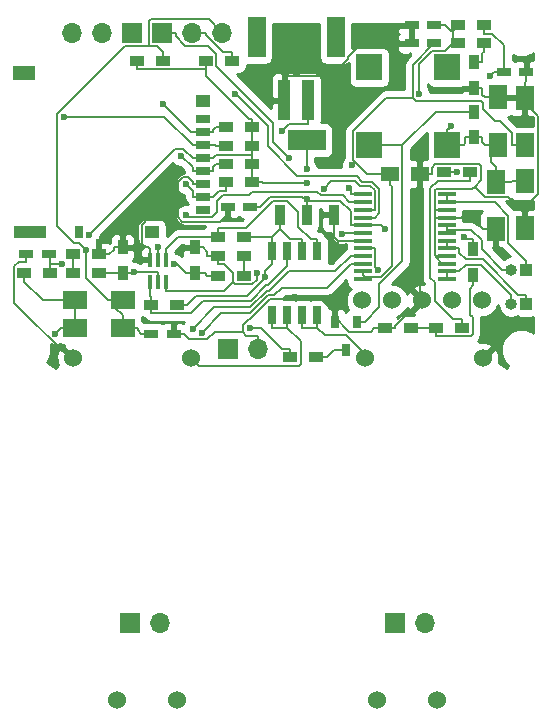
<source format=gbl>
G04 #@! TF.FileFunction,Copper,L2,Bot,Signal*
%FSLAX46Y46*%
G04 Gerber Fmt 4.6, Leading zero omitted, Abs format (unit mm)*
G04 Created by KiCad (PCBNEW 4.0.1-stable) date 2019/02/07 19:56:50*
%MOMM*%
G01*
G04 APERTURE LIST*
%ADD10C,0.100000*%
%ADD11R,2.000000X1.600000*%
%ADD12R,1.200000X0.750000*%
%ADD13R,1.500000X1.250000*%
%ADD14R,1.600000X2.000000*%
%ADD15R,0.900000X1.200000*%
%ADD16R,1.200000X0.900000*%
%ADD17R,1.700000X1.700000*%
%ADD18O,1.700000X1.700000*%
%ADD19R,1.000000X1.000000*%
%ADD20O,1.000000X1.000000*%
%ADD21R,1.000000X3.500000*%
%ADD22R,1.500000X3.400000*%
%ADD23C,1.524000*%
%ADD24R,0.800000X1.000000*%
%ADD25R,2.200000X2.200000*%
%ADD26R,1.200000X0.700000*%
%ADD27R,1.200000X1.000000*%
%ADD28R,2.800000X1.000000*%
%ADD29R,1.900000X1.300000*%
%ADD30R,1.525000X0.450000*%
%ADD31R,0.400000X1.200000*%
%ADD32R,0.950000X1.750000*%
%ADD33R,3.200000X1.750000*%
%ADD34R,0.700000X1.525000*%
%ADD35C,0.600000*%
%ADD36C,0.180000*%
%ADD37C,0.254000*%
G04 APERTURE END LIST*
D10*
D11*
X85500000Y-114050000D03*
X89500000Y-114050000D03*
X85500000Y-116400000D03*
X89500000Y-116400000D03*
D12*
X91950000Y-116950000D03*
X93850000Y-116950000D03*
X98400000Y-106150000D03*
X100300000Y-106150000D03*
D13*
X112150000Y-103400000D03*
X114650000Y-103400000D03*
D12*
X121800000Y-94750000D03*
X123700000Y-94750000D03*
X115900000Y-90800000D03*
X114000000Y-90800000D03*
X81350000Y-110200000D03*
X83250000Y-110200000D03*
D14*
X123550000Y-100950000D03*
X123550000Y-96950000D03*
D12*
X115900000Y-92300000D03*
X114000000Y-92300000D03*
D14*
X123550000Y-104000000D03*
X123550000Y-108000000D03*
X121100000Y-104050000D03*
X121100000Y-108050000D03*
X121250000Y-100900000D03*
X121250000Y-96900000D03*
D15*
X119250000Y-100300000D03*
X119250000Y-98100000D03*
D16*
X116750000Y-103250000D03*
X118950000Y-103250000D03*
X117900000Y-90800000D03*
X120100000Y-90800000D03*
X117900000Y-92300000D03*
X120100000Y-92300000D03*
D15*
X119200000Y-111950000D03*
X119200000Y-109750000D03*
D16*
X99750000Y-112000000D03*
X97550000Y-112000000D03*
X85300000Y-111800000D03*
X87500000Y-111800000D03*
D17*
X92870000Y-91430000D03*
D18*
X95410000Y-91430000D03*
X97950000Y-91430000D03*
D17*
X90330000Y-91430000D03*
D18*
X87790000Y-91430000D03*
X85250000Y-91430000D03*
D19*
X123700000Y-111500000D03*
D20*
X122430000Y-111500000D03*
D19*
X123700000Y-114400000D03*
D20*
X122430000Y-114400000D03*
D15*
X119250000Y-93950000D03*
X119250000Y-96150000D03*
D21*
X103200000Y-97150000D03*
X105200000Y-97150000D03*
D22*
X107550000Y-91800000D03*
X100850000Y-91800000D03*
D17*
X98400000Y-118200000D03*
D18*
X100940000Y-118200000D03*
D23*
X95300000Y-119000000D03*
X85300000Y-119000000D03*
X110000000Y-119000000D03*
X120000000Y-119000000D03*
D24*
X107450000Y-115900000D03*
X109350000Y-115900000D03*
X108400000Y-118300000D03*
D16*
X105900000Y-118900000D03*
X103700000Y-118900000D03*
X90750000Y-93800000D03*
X92950000Y-93800000D03*
X100450000Y-99450000D03*
X98250000Y-99450000D03*
X100450000Y-101000000D03*
X98250000Y-101000000D03*
X100450000Y-102550000D03*
X98250000Y-102550000D03*
X100450000Y-104100000D03*
X98250000Y-104100000D03*
X96550000Y-93800000D03*
X98750000Y-93800000D03*
X116000000Y-116400000D03*
X118200000Y-116400000D03*
X111700000Y-116400000D03*
X113900000Y-116400000D03*
X81200000Y-111800000D03*
X83400000Y-111800000D03*
X99750000Y-110300000D03*
X97550000Y-110300000D03*
D15*
X95600000Y-111800000D03*
X95600000Y-109600000D03*
D16*
X94100000Y-114450000D03*
X91900000Y-114450000D03*
X85300000Y-110200000D03*
X87500000Y-110200000D03*
D15*
X89500000Y-111800000D03*
X89500000Y-109600000D03*
D16*
X99750000Y-108700000D03*
X97550000Y-108700000D03*
D25*
X117000000Y-100950000D03*
X110400000Y-100950000D03*
X110400000Y-94350000D03*
X117000000Y-94350000D03*
D26*
X96300000Y-106425000D03*
X96300000Y-105325000D03*
X96300000Y-104225000D03*
X96300000Y-103125000D03*
X96300000Y-102025000D03*
X96300000Y-100925000D03*
X96300000Y-99825000D03*
X96300000Y-98725000D03*
D27*
X96300000Y-97175000D03*
X92000000Y-108325000D03*
D24*
X85800000Y-108325000D03*
D28*
X81650000Y-108325000D03*
D29*
X81200000Y-94825000D03*
D30*
X116962000Y-105125000D03*
X116962000Y-105775000D03*
X116962000Y-106425000D03*
X116962000Y-107075000D03*
X116962000Y-107725000D03*
X116962000Y-108375000D03*
X116962000Y-109025000D03*
X116962000Y-109675000D03*
X116962000Y-110325000D03*
X116962000Y-110975000D03*
X116962000Y-111625000D03*
X116962000Y-112275000D03*
X109838000Y-112275000D03*
X109838000Y-111625000D03*
X109838000Y-110975000D03*
X109838000Y-110325000D03*
X109838000Y-109675000D03*
X109838000Y-109025000D03*
X109838000Y-108375000D03*
X109838000Y-107725000D03*
X109838000Y-107075000D03*
X109838000Y-106425000D03*
X109838000Y-105775000D03*
X109838000Y-105125000D03*
D23*
X109800000Y-114100000D03*
X112340000Y-114100000D03*
X114880000Y-114100000D03*
X117420000Y-114100000D03*
X119960000Y-114100000D03*
D31*
X91850000Y-110650000D03*
X92500000Y-110650000D03*
X93150000Y-110650000D03*
X93150000Y-112550000D03*
X92500000Y-112550000D03*
X91850000Y-112550000D03*
D32*
X107400000Y-106850000D03*
X105100000Y-106850000D03*
X102800000Y-106850000D03*
D33*
X105100000Y-100550000D03*
D34*
X102195000Y-109938000D03*
X103465000Y-109938000D03*
X104735000Y-109938000D03*
X106005000Y-109938000D03*
X106005000Y-115362000D03*
X104735000Y-115362000D03*
X103465000Y-115362000D03*
X102195000Y-115362000D03*
D23*
X89060000Y-147900000D03*
X94140000Y-147900000D03*
X111060000Y-147900000D03*
X116140000Y-147900000D03*
D17*
X90100000Y-141400000D03*
D18*
X92640000Y-141400000D03*
D17*
X112600000Y-141400000D03*
D18*
X115140000Y-141400000D03*
D35*
X117342400Y-99362500D03*
X120630200Y-95051600D03*
X111732300Y-108078900D03*
X118425000Y-108726200D03*
X86685800Y-108526500D03*
X83819500Y-116950000D03*
X105086300Y-102964500D03*
X105086300Y-105480800D03*
X105086300Y-104180900D03*
X86400000Y-109783600D03*
X87471600Y-109108000D03*
X100843400Y-111754600D03*
X104081500Y-113822100D03*
X107594300Y-109661200D03*
X112000000Y-92610000D03*
X101588700Y-112113100D03*
X108637900Y-104564100D03*
X108936000Y-102627000D03*
X114634500Y-96630800D03*
X84350200Y-111000200D03*
X117830600Y-103241200D03*
X92517300Y-109567400D03*
X93846800Y-110990900D03*
X90459200Y-111679700D03*
X103621400Y-101996800D03*
X103000000Y-99776500D03*
X100269600Y-116432800D03*
X92930000Y-97438400D03*
X84556400Y-98538900D03*
X94429700Y-101835900D03*
X94838900Y-104247400D03*
X108048900Y-108443500D03*
X94859800Y-106855200D03*
X96251800Y-116814300D03*
X95436100Y-116496100D03*
X111150400Y-111526700D03*
X106517900Y-104627600D03*
X99042200Y-96638800D03*
D36*
X100450000Y-99450000D02*
X100450000Y-100170300D01*
X100300000Y-106150000D02*
X101170300Y-106150000D01*
X82729700Y-114050000D02*
X85500000Y-114050000D01*
X81200000Y-112520300D02*
X82729700Y-114050000D01*
X96550000Y-94520300D02*
X90750000Y-94520300D01*
X90750000Y-93800000D02*
X90750000Y-94520300D01*
X100450000Y-102550000D02*
X100450000Y-102189800D01*
X100450000Y-101000000D02*
X100450000Y-100170300D01*
X100450000Y-104100000D02*
X100450000Y-102550000D01*
X96550000Y-93800000D02*
X96550000Y-94160100D01*
X120100000Y-90800000D02*
X120100000Y-91520300D01*
X119970300Y-100690600D02*
X120179700Y-100900000D01*
X119970300Y-100300000D02*
X119970300Y-100690600D01*
X122429700Y-104050000D02*
X122479700Y-104000000D01*
X121100000Y-104050000D02*
X122429700Y-104050000D01*
X123550000Y-104000000D02*
X122479700Y-104000000D01*
X119610200Y-100300000D02*
X119625200Y-100300000D01*
X121250000Y-100900000D02*
X120714900Y-100900000D01*
X120714900Y-100900000D02*
X120179700Y-100900000D01*
X121100000Y-104050000D02*
X121100000Y-102779700D01*
X81200000Y-111800000D02*
X81200000Y-112520300D01*
X119625200Y-100300000D02*
X119970300Y-100300000D01*
X120714900Y-102394600D02*
X121100000Y-102779700D01*
X120714900Y-100900000D02*
X120714900Y-102394600D01*
X96550000Y-94160100D02*
X96550000Y-94520300D01*
X100450000Y-99450000D02*
X100450000Y-98729700D01*
X100225700Y-98729700D02*
X100450000Y-98729700D01*
X96550000Y-95054000D02*
X100225700Y-98729700D01*
X96550000Y-94520300D02*
X96550000Y-95054000D01*
X119430100Y-100300000D02*
X119610200Y-100300000D01*
X119430100Y-100300000D02*
X119250000Y-100300000D01*
X118529700Y-100790600D02*
X118370300Y-100950000D01*
X118529700Y-100300000D02*
X118529700Y-100790600D01*
X117000000Y-100950000D02*
X118370300Y-100950000D01*
X119250000Y-100300000D02*
X118529700Y-100300000D01*
X120820300Y-91520300D02*
X120100000Y-91520300D01*
X121800000Y-92500000D02*
X120820300Y-91520300D01*
X121800000Y-94104700D02*
X121800000Y-92500000D01*
X121800000Y-94750000D02*
X121800000Y-94104700D01*
X117125200Y-99579700D02*
X117342400Y-99362500D01*
X117000000Y-99579700D02*
X117125200Y-99579700D01*
X117000000Y-100950000D02*
X117000000Y-99579700D01*
X120929700Y-94752100D02*
X120929700Y-94750000D01*
X120630200Y-95051600D02*
X120929700Y-94752100D01*
X121800000Y-94750000D02*
X120929700Y-94750000D01*
X111378400Y-107725000D02*
X109838000Y-107725000D01*
X111732300Y-108078900D02*
X111378400Y-107725000D01*
X119200000Y-109750000D02*
X119200000Y-108879700D01*
X93955000Y-101257300D02*
X86685800Y-108526500D01*
X94662000Y-101257300D02*
X93955000Y-101257300D01*
X95429700Y-102025000D02*
X94662000Y-101257300D01*
X96300000Y-102025000D02*
X95429700Y-102025000D01*
X100450000Y-102189800D02*
X100450000Y-101775000D01*
X100450000Y-101775000D02*
X100450000Y-101000000D01*
X97420300Y-101775000D02*
X97170300Y-102025000D01*
X100450000Y-101775000D02*
X97420300Y-101775000D01*
X96300000Y-102025000D02*
X97170300Y-102025000D01*
X118578500Y-108879700D02*
X118425000Y-108726200D01*
X119200000Y-108879700D02*
X118578500Y-108879700D01*
X85500000Y-116400000D02*
X85500000Y-114050000D01*
X85500000Y-116400000D02*
X84229700Y-116400000D01*
X84229700Y-116539800D02*
X83819500Y-116950000D01*
X84229700Y-116400000D02*
X84229700Y-116539800D01*
X105100000Y-102950800D02*
X105086300Y-102964500D01*
X105100000Y-100550000D02*
X105100000Y-102950800D01*
X105100000Y-106850000D02*
X105100000Y-105794900D01*
X105100000Y-105794900D02*
X105100000Y-105704900D01*
X109838000Y-107725000D02*
X108805200Y-107725000D01*
X104712800Y-105317700D02*
X105100000Y-105704900D01*
X102002600Y-105317700D02*
X104712800Y-105317700D01*
X101170300Y-106150000D02*
X102002600Y-105317700D01*
X100450000Y-104100000D02*
X101320300Y-104100000D01*
X101401200Y-104180900D02*
X105086300Y-104180900D01*
X101320300Y-104100000D02*
X101401200Y-104180900D01*
X105169600Y-105564100D02*
X105086300Y-105480800D01*
X105169600Y-105635300D02*
X105169600Y-105564100D01*
X105100000Y-105704900D02*
X105169600Y-105635300D01*
X108805200Y-106514400D02*
X108805200Y-107725000D01*
X107926100Y-105635300D02*
X108805200Y-106514400D01*
X105169600Y-105635300D02*
X107926100Y-105635300D01*
X90770300Y-116640600D02*
X91079700Y-116950000D01*
X90770300Y-116400000D02*
X90770300Y-116640600D01*
X91950000Y-116950000D02*
X91079700Y-116950000D01*
X89500000Y-116400000D02*
X90770300Y-116400000D01*
X92950000Y-93800000D02*
X92950000Y-93079700D01*
X89500000Y-114050000D02*
X88864900Y-114050000D01*
X88864900Y-114050000D02*
X88229700Y-114050000D01*
X88864900Y-114694600D02*
X89500000Y-115329700D01*
X88864900Y-114050000D02*
X88864900Y-114694600D01*
X89500000Y-116400000D02*
X89500000Y-115329700D01*
X86400000Y-112220300D02*
X86400000Y-109783600D01*
X88229700Y-114050000D02*
X86400000Y-112220300D01*
X91749600Y-90430300D02*
X91749600Y-92584900D01*
X91870300Y-90309600D02*
X91749600Y-90430300D01*
X96829600Y-90309600D02*
X91870300Y-90309600D01*
X97950000Y-91430000D02*
X96829600Y-90309600D01*
X89693100Y-92584900D02*
X91749600Y-92584900D01*
X83978200Y-98299800D02*
X89693100Y-92584900D01*
X83978200Y-107791500D02*
X83978200Y-98299800D01*
X85399800Y-109213100D02*
X83978200Y-107791500D01*
X85829500Y-109213100D02*
X85399800Y-109213100D01*
X86400000Y-109783600D02*
X85829500Y-109213100D01*
X92455200Y-92584900D02*
X92950000Y-93079700D01*
X91749600Y-92584900D02*
X92455200Y-92584900D01*
X89500000Y-109600000D02*
X90220300Y-109600000D01*
X107400000Y-106850000D02*
X107400000Y-107995300D01*
X116962000Y-106425000D02*
X115929200Y-106425000D01*
X119054700Y-107075000D02*
X120029700Y-108050000D01*
X116962000Y-107075000D02*
X119054700Y-107075000D01*
X121100000Y-108050000D02*
X120029700Y-108050000D01*
X103200000Y-97150000D02*
X103200000Y-95129700D01*
X88779700Y-109790600D02*
X88779700Y-109600000D01*
X88370300Y-110200000D02*
X88779700Y-109790600D01*
X87500000Y-110200000D02*
X88370300Y-110200000D01*
X89500000Y-109600000D02*
X88779700Y-109600000D01*
X98400000Y-106150000D02*
X98400000Y-106795300D01*
X91121500Y-109600000D02*
X90220300Y-109600000D01*
X91670300Y-109600000D02*
X91850000Y-109779700D01*
X91121500Y-109600000D02*
X91670300Y-109600000D01*
X91850000Y-110650000D02*
X91850000Y-109779700D01*
X96679700Y-109959400D02*
X96320300Y-109600000D01*
X96679700Y-110300000D02*
X96679700Y-109959400D01*
X95600000Y-109600000D02*
X96320300Y-109600000D01*
X97550000Y-110300000D02*
X96679700Y-110300000D01*
X109411700Y-109025000D02*
X108805200Y-109025000D01*
X116962000Y-107075000D02*
X115929200Y-107075000D01*
X123700000Y-95529700D02*
X123550000Y-95679700D01*
X123700000Y-94750000D02*
X123700000Y-95529700D01*
X123550000Y-96950000D02*
X123550000Y-95679700D01*
X96300000Y-104225000D02*
X95429700Y-104225000D01*
X115929200Y-106425000D02*
X115929200Y-107075000D01*
X122429700Y-96900000D02*
X122479700Y-96950000D01*
X121250000Y-96900000D02*
X122429700Y-96900000D01*
X119970300Y-96690600D02*
X119970300Y-96150000D01*
X120179700Y-96900000D02*
X119970300Y-96690600D01*
X121250000Y-96900000D02*
X120179700Y-96900000D01*
X119250000Y-96150000D02*
X119970300Y-96150000D01*
X123550000Y-108000000D02*
X123550000Y-106729700D01*
X123550000Y-96950000D02*
X123104900Y-96950000D01*
X123104900Y-96950000D02*
X122479700Y-96950000D01*
X124670000Y-105114200D02*
X123302300Y-106481900D01*
X124670000Y-98515100D02*
X124670000Y-105114200D01*
X123104900Y-96950000D02*
X124670000Y-98515100D01*
X123302300Y-106481900D02*
X123550000Y-106729700D01*
X98090200Y-111020300D02*
X97550000Y-111020300D01*
X98879600Y-111809700D02*
X98090200Y-111020300D01*
X98879600Y-112562900D02*
X98879600Y-111809700D01*
X100843400Y-112357100D02*
X100843400Y-111754600D01*
X100480100Y-112720400D02*
X100843400Y-112357100D01*
X99037100Y-112720400D02*
X100480100Y-112720400D01*
X98879600Y-112562900D02*
X99037100Y-112720400D01*
X109411700Y-109025000D02*
X109838000Y-109025000D01*
X116962000Y-110975000D02*
X116535700Y-110975000D01*
X116962000Y-110325000D02*
X116019300Y-110325000D01*
X115929200Y-110234900D02*
X115929200Y-107075000D01*
X116019300Y-110325000D02*
X115929200Y-110234900D01*
X114000000Y-90800000D02*
X114000000Y-91445300D01*
X114650000Y-103400000D02*
X115670300Y-103400000D01*
X122140700Y-105320400D02*
X123302300Y-106481900D01*
X120167200Y-105320400D02*
X122140700Y-105320400D01*
X119300400Y-104453500D02*
X120167200Y-105320400D01*
X119124200Y-104629700D02*
X119300400Y-104453500D01*
X116078000Y-104629700D02*
X119124200Y-104629700D01*
X115929200Y-104778500D02*
X116078000Y-104629700D01*
X115929200Y-106425000D02*
X115929200Y-104778500D01*
X115670300Y-102855900D02*
X115670300Y-103400000D01*
X115996600Y-102529600D02*
X115670300Y-102855900D01*
X119718800Y-102529600D02*
X115996600Y-102529600D01*
X119877800Y-102688600D02*
X119718800Y-102529600D01*
X119877800Y-103876100D02*
X119877800Y-102688600D01*
X119300400Y-104453500D02*
X119877800Y-103876100D01*
X116019300Y-110458600D02*
X116019300Y-110325000D01*
X116535700Y-110975000D02*
X116019300Y-110458600D01*
X114650000Y-103400000D02*
X114650000Y-104295300D01*
X93150000Y-112550000D02*
X93150000Y-113330200D01*
X98112300Y-113330200D02*
X98879600Y-112562900D01*
X93150000Y-113330200D02*
X98112300Y-113330200D01*
X104081500Y-113822100D02*
X104081500Y-113909400D01*
X106229700Y-113909400D02*
X107450000Y-115129700D01*
X104081500Y-113909400D02*
X106229700Y-113909400D01*
X100940000Y-118200000D02*
X100940000Y-117079700D01*
X93850000Y-116950000D02*
X94720300Y-116950000D01*
X103978700Y-114012200D02*
X104081500Y-113909400D01*
X101997300Y-114012200D02*
X103978700Y-114012200D01*
X100326500Y-115683000D02*
X101997300Y-114012200D01*
X100198900Y-115683000D02*
X100326500Y-115683000D01*
X99667800Y-116214100D02*
X100198900Y-115683000D01*
X99667800Y-116766000D02*
X99667800Y-116214100D01*
X99981500Y-117079700D02*
X99667800Y-116766000D01*
X100940000Y-117079700D02*
X99981500Y-117079700D01*
X95155000Y-117384700D02*
X94720300Y-116950000D01*
X96683900Y-117384700D02*
X95155000Y-117384700D01*
X97302600Y-116766000D02*
X96683900Y-117384700D01*
X99667800Y-116766000D02*
X97302600Y-116766000D01*
X97550000Y-110300000D02*
X97550000Y-111020300D01*
X94209700Y-104070100D02*
X94209700Y-107070500D01*
X94602700Y-103677100D02*
X94209700Y-104070100D01*
X95075200Y-103677100D02*
X94602700Y-103677100D01*
X95429700Y-104031600D02*
X95075200Y-103677100D01*
X95429700Y-104225000D02*
X95429700Y-104031600D01*
X91121500Y-107717100D02*
X91121500Y-109600000D01*
X91768100Y-107070500D02*
X91121500Y-107717100D01*
X94209700Y-107070500D02*
X91768100Y-107070500D01*
X114880000Y-114100000D02*
X114765000Y-114100000D01*
X114650000Y-113985000D02*
X114650000Y-104295300D01*
X114765000Y-114100000D02*
X114650000Y-113985000D01*
X112570300Y-116294700D02*
X112570300Y-116400000D01*
X114765000Y-114100000D02*
X112570300Y-116294700D01*
X111700000Y-116400000D02*
X112570300Y-116400000D01*
X107450000Y-115900000D02*
X107450000Y-115514800D01*
X107450000Y-115514800D02*
X107450000Y-115129700D01*
X110501300Y-116728400D02*
X110829700Y-116400000D01*
X108663600Y-116728400D02*
X110501300Y-116728400D01*
X107450000Y-115514800D02*
X108663600Y-116728400D01*
X111700000Y-116400000D02*
X110829700Y-116400000D01*
X97764500Y-107430800D02*
X98400000Y-106795300D01*
X94570000Y-107430800D02*
X97764500Y-107430800D01*
X94209700Y-107070500D02*
X94570000Y-107430800D01*
X114000000Y-92300000D02*
X114000000Y-91445300D01*
X114000000Y-92300000D02*
X113129700Y-92300000D01*
X107728200Y-109025000D02*
X108805200Y-109025000D01*
X107400000Y-108696800D02*
X107728200Y-109025000D01*
X107400000Y-107995300D02*
X107400000Y-108696800D01*
X107728200Y-109527300D02*
X107594300Y-109661200D01*
X107728200Y-109025000D02*
X107728200Y-109527300D01*
X107127600Y-95129700D02*
X103200000Y-95129700D01*
X108570400Y-93686900D02*
X107127600Y-95129700D01*
X108570400Y-93510000D02*
X108570400Y-93686900D01*
X109470400Y-92610000D02*
X108570400Y-93510000D01*
X112000000Y-92610000D02*
X109470400Y-92610000D01*
X112819700Y-92610000D02*
X112000000Y-92610000D01*
X113129700Y-92300000D02*
X112819700Y-92610000D01*
X87500000Y-109136400D02*
X87471600Y-109108000D01*
X87500000Y-110200000D02*
X87500000Y-109136400D01*
X80704700Y-110845300D02*
X81350000Y-110845300D01*
X80329600Y-111220400D02*
X80704700Y-110845300D01*
X80329600Y-114293100D02*
X80329600Y-111220400D01*
X85036500Y-119000000D02*
X80329600Y-114293100D01*
X85300000Y-119000000D02*
X85036500Y-119000000D01*
X81350000Y-110200000D02*
X81350000Y-110845300D01*
X102800000Y-106850000D02*
X102800000Y-107995300D01*
X104735000Y-109938000D02*
X104735000Y-108905200D01*
X102195000Y-109938000D02*
X102195000Y-110970800D01*
X102195000Y-109938000D02*
X102195000Y-108905200D01*
X99750000Y-108700000D02*
X100620300Y-108700000D01*
X102195000Y-108700000D02*
X100620300Y-108700000D01*
X102195000Y-108700000D02*
X102195000Y-108905200D01*
X102849900Y-108045100D02*
X102195000Y-108700000D01*
X103709900Y-108905200D02*
X102849900Y-108045100D01*
X104735000Y-108905200D02*
X103709900Y-108905200D01*
X102849900Y-108045100D02*
X102800000Y-107995300D01*
X101588700Y-111577100D02*
X101588700Y-112113100D01*
X102195000Y-110970800D02*
X101588700Y-111577100D01*
X94100000Y-114450000D02*
X94970300Y-114450000D01*
X123550000Y-100950000D02*
X122479700Y-100950000D01*
X109838000Y-105125000D02*
X108805200Y-105125000D01*
X95683100Y-113737200D02*
X94970300Y-114450000D01*
X95683100Y-113737100D02*
X95683100Y-113737200D01*
X100041700Y-113737100D02*
X95683100Y-113737100D01*
X101588700Y-112190100D02*
X100041700Y-113737100D01*
X101588700Y-112113100D02*
X101588700Y-112190100D01*
X112150000Y-103400000D02*
X112150000Y-104295300D01*
X110013700Y-112099300D02*
X109838000Y-112275000D01*
X111384400Y-112099300D02*
X110013700Y-112099300D01*
X112303700Y-111180000D02*
X111384400Y-112099300D01*
X112303700Y-104449000D02*
X112303700Y-111180000D01*
X112150000Y-104295300D02*
X112303700Y-104449000D01*
X109838000Y-111923600D02*
X109838000Y-111625000D01*
X110013700Y-112099300D02*
X109838000Y-111923600D01*
X108805200Y-104731400D02*
X108637900Y-104564100D01*
X108805200Y-105125000D02*
X108805200Y-104731400D01*
X114344100Y-97208100D02*
X114056800Y-96920800D01*
X119811800Y-97208100D02*
X114344100Y-97208100D01*
X119999600Y-97395900D02*
X119811800Y-97208100D01*
X119999600Y-97894800D02*
X119999600Y-97395900D01*
X121004800Y-98900000D02*
X119999600Y-97894800D01*
X121500000Y-98900000D02*
X121004800Y-98900000D01*
X122479700Y-99879700D02*
X121500000Y-98900000D01*
X122479700Y-100950000D02*
X122479700Y-99879700D01*
X114056800Y-94143200D02*
X115900000Y-92300000D01*
X114056800Y-96920800D02*
X114056800Y-94143200D01*
X109175300Y-102387700D02*
X108936000Y-102627000D01*
X110187500Y-103400000D02*
X109175300Y-102387700D01*
X112150000Y-103400000D02*
X110187500Y-103400000D01*
X111829600Y-96920800D02*
X114056800Y-96920800D01*
X109014700Y-99735700D02*
X111829600Y-96920800D01*
X109014700Y-102227200D02*
X109014700Y-99735700D01*
X109175300Y-102387700D02*
X109014700Y-102227200D01*
X117900000Y-92300000D02*
X117464900Y-92300000D01*
X115900000Y-90800000D02*
X116770300Y-90800000D01*
X117464900Y-92300000D02*
X117464900Y-91317400D01*
X117900000Y-90882300D02*
X117464900Y-91317400D01*
X117900000Y-90800000D02*
X117900000Y-90882300D01*
X117287700Y-91317400D02*
X116770300Y-90800000D01*
X117464900Y-91317400D02*
X117287700Y-91317400D01*
X116785300Y-92979600D02*
X117464900Y-92300000D01*
X115735200Y-92979600D02*
X116785300Y-92979600D01*
X114634500Y-94080300D02*
X115735200Y-92979600D01*
X114634500Y-96630800D02*
X114634500Y-94080300D01*
X83250000Y-110200000D02*
X83250000Y-110325800D01*
X83400000Y-111800000D02*
X83400000Y-111079700D01*
X84350200Y-111000200D02*
X83400000Y-111000200D01*
X83400000Y-110475800D02*
X83400000Y-111000200D01*
X83250000Y-110325800D02*
X83400000Y-110475800D01*
X83400000Y-111000200D02*
X83400000Y-111079700D01*
X110400000Y-100950000D02*
X111770300Y-100950000D01*
X109350000Y-115900000D02*
X110020300Y-115900000D01*
X111770300Y-100950000D02*
X113196300Y-100950000D01*
X116046300Y-98100000D02*
X119250000Y-98100000D01*
X113196300Y-100950000D02*
X116046300Y-98100000D01*
X113196300Y-110797200D02*
X113196300Y-100950000D01*
X111250200Y-112743300D02*
X113196300Y-110797200D01*
X111250200Y-114670100D02*
X111250200Y-112743300D01*
X110020300Y-115900000D02*
X111250200Y-114670100D01*
X116750000Y-103250000D02*
X117620300Y-103250000D01*
X117821800Y-103250000D02*
X117830600Y-103241200D01*
X117620300Y-103250000D02*
X117821800Y-103250000D01*
X116179900Y-103970300D02*
X118950000Y-103970300D01*
X115543300Y-104606900D02*
X116179900Y-103970300D01*
X115543300Y-112168200D02*
X115543300Y-104606900D01*
X115929100Y-112554000D02*
X115543300Y-112168200D01*
X115929100Y-114129100D02*
X115929100Y-112554000D01*
X117479700Y-115679700D02*
X115929100Y-114129100D01*
X118200000Y-115679700D02*
X117479700Y-115679700D01*
X118200000Y-116400000D02*
X118200000Y-115679700D01*
X118950000Y-103250000D02*
X118950000Y-103970300D01*
X119970300Y-93150000D02*
X120100000Y-93020300D01*
X119970300Y-93950000D02*
X119970300Y-93150000D01*
X119250000Y-93950000D02*
X119970300Y-93950000D01*
X120100000Y-92300000D02*
X120100000Y-93020300D01*
X119200000Y-111950000D02*
X119200000Y-112820300D01*
X113900000Y-116400000D02*
X116000000Y-116400000D01*
X118925000Y-113095300D02*
X119200000Y-112820300D01*
X118925000Y-115316700D02*
X118925000Y-113095300D01*
X119134600Y-115526300D02*
X118925000Y-115316700D01*
X119134600Y-116970200D02*
X119134600Y-115526300D01*
X118984500Y-117120300D02*
X119134600Y-116970200D01*
X116000000Y-117120300D02*
X118984500Y-117120300D01*
X116000000Y-116400000D02*
X116000000Y-117120300D01*
X99750000Y-110300000D02*
X99750000Y-112000000D01*
X96479700Y-111800000D02*
X96679700Y-112000000D01*
X95600000Y-111800000D02*
X96479700Y-111800000D01*
X97550000Y-112000000D02*
X96679700Y-112000000D01*
X92500000Y-110650000D02*
X92500000Y-109779700D01*
X92517300Y-109762400D02*
X92517300Y-109567400D01*
X92500000Y-109779700D02*
X92517300Y-109762400D01*
X94070600Y-110990900D02*
X93846800Y-110990900D01*
X94879700Y-111800000D02*
X94070600Y-110990900D01*
X95600000Y-111800000D02*
X94879700Y-111800000D01*
X85300000Y-110200000D02*
X85300000Y-111800000D01*
X89500000Y-111800000D02*
X87500000Y-111800000D01*
X89500000Y-111800000D02*
X90220300Y-111800000D01*
X90340600Y-111679700D02*
X90220300Y-111800000D01*
X90459200Y-111679700D02*
X90340600Y-111679700D01*
X92500000Y-111679700D02*
X90459200Y-111679700D01*
X92500000Y-112550000D02*
X92500000Y-111679700D01*
X92870000Y-91430000D02*
X93990300Y-91430000D01*
X93990300Y-91710200D02*
X93990300Y-91430000D01*
X94830400Y-92550300D02*
X93990300Y-91710200D01*
X96768000Y-92550300D02*
X94830400Y-92550300D01*
X97438300Y-93220600D02*
X96768000Y-92550300D01*
X97438300Y-94207600D02*
X97438300Y-93220600D01*
X102279400Y-99048700D02*
X97438300Y-94207600D01*
X102279400Y-100654800D02*
X102279400Y-99048700D01*
X103621400Y-101996800D02*
X102279400Y-100654800D01*
X95410000Y-91430000D02*
X96530300Y-91430000D01*
X98750000Y-93800000D02*
X98750000Y-93079700D01*
X96530300Y-91643800D02*
X96530300Y-91430000D01*
X97966200Y-93079700D02*
X96530300Y-91643800D01*
X98750000Y-93079700D02*
X97966200Y-93079700D01*
X123700000Y-111500000D02*
X123700000Y-110729700D01*
X116962000Y-105775000D02*
X116962000Y-105125000D01*
X122170400Y-109200100D02*
X123700000Y-110729700D01*
X122170400Y-106928200D02*
X122170400Y-109200100D01*
X121017200Y-105775000D02*
X122170400Y-106928200D01*
X116962000Y-105775000D02*
X121017200Y-105775000D01*
X122430000Y-111500000D02*
X121659700Y-111500000D01*
X119920400Y-109760700D02*
X121659700Y-111500000D01*
X119920400Y-109009600D02*
X119920400Y-109760700D01*
X119027400Y-108116600D02*
X119920400Y-109009600D01*
X116962000Y-108116600D02*
X119027400Y-108116600D01*
X116962000Y-108375000D02*
X116962000Y-108116600D01*
X116962000Y-108116600D02*
X116962000Y-107725000D01*
X116962000Y-109675000D02*
X116962000Y-109025000D01*
X123700000Y-114400000D02*
X123700000Y-113629700D01*
X123024700Y-113629700D02*
X123700000Y-113629700D01*
X120015400Y-110620400D02*
X123024700Y-113629700D01*
X118560200Y-110620400D02*
X120015400Y-110620400D01*
X117994800Y-110055000D02*
X118560200Y-110620400D01*
X117994800Y-109675000D02*
X117994800Y-110055000D01*
X116962000Y-109675000D02*
X117994800Y-109675000D01*
X116962000Y-112275000D02*
X116962000Y-111625000D01*
X122430000Y-114400000D02*
X122430000Y-113629700D01*
X119879900Y-111079600D02*
X122430000Y-113629700D01*
X118540200Y-111079600D02*
X119879900Y-111079600D01*
X117994800Y-111625000D02*
X118540200Y-111079600D01*
X116962000Y-111625000D02*
X117994800Y-111625000D01*
X103606200Y-99170300D02*
X103000000Y-99776500D01*
X105200000Y-99170300D02*
X103606200Y-99170300D01*
X105200000Y-97150000D02*
X105200000Y-99170300D01*
X102195000Y-116394800D02*
X103465000Y-116394800D01*
X102195000Y-115362000D02*
X102195000Y-116394800D01*
X103465000Y-115362000D02*
X103465000Y-116304700D01*
X103465000Y-116304700D02*
X103465000Y-116394800D01*
X95971700Y-119671700D02*
X95300000Y-119000000D01*
X104443300Y-119671700D02*
X95971700Y-119671700D01*
X104617100Y-119497900D02*
X104443300Y-119671700D01*
X104617100Y-117546900D02*
X104617100Y-119497900D01*
X103465000Y-116394800D02*
X104617100Y-117546900D01*
X104735000Y-116394800D02*
X106005000Y-116394800D01*
X104735000Y-115362000D02*
X104735000Y-116394800D01*
X106005000Y-115362000D02*
X106005000Y-116304700D01*
X106005000Y-116304700D02*
X106005000Y-116394800D01*
X110000000Y-118610200D02*
X110000000Y-119000000D01*
X108420600Y-117030800D02*
X110000000Y-118610200D01*
X106641000Y-117030800D02*
X108420600Y-117030800D01*
X106005000Y-116394800D02*
X106641000Y-117030800D01*
X107370300Y-118300000D02*
X106770300Y-118900000D01*
X108400000Y-118300000D02*
X107370300Y-118300000D01*
X105900000Y-118900000D02*
X106770300Y-118900000D01*
X102979700Y-118179700D02*
X103700000Y-118179700D01*
X101232800Y-116432800D02*
X102979700Y-118179700D01*
X100269600Y-116432800D02*
X101232800Y-116432800D01*
X103700000Y-118900000D02*
X103700000Y-118179700D01*
X95316600Y-99825000D02*
X96300000Y-99825000D01*
X92930000Y-97438400D02*
X95316600Y-99825000D01*
X97170300Y-99659400D02*
X97379700Y-99450000D01*
X97170300Y-99825000D02*
X97170300Y-99659400D01*
X98250000Y-99450000D02*
X97379700Y-99450000D01*
X96300000Y-99825000D02*
X97170300Y-99825000D01*
X98250000Y-101000000D02*
X97379700Y-101000000D01*
X97304700Y-100925000D02*
X96300000Y-100925000D01*
X97379700Y-101000000D02*
X97304700Y-100925000D01*
X96300000Y-100925000D02*
X95429700Y-100925000D01*
X93043600Y-98538900D02*
X84556400Y-98538900D01*
X95429700Y-100925000D02*
X93043600Y-98538900D01*
X97170300Y-102759400D02*
X97379700Y-102550000D01*
X97170300Y-103125000D02*
X97170300Y-102759400D01*
X98250000Y-102550000D02*
X97379700Y-102550000D01*
X96645100Y-103125000D02*
X97170300Y-103125000D01*
X96645100Y-103125000D02*
X96300000Y-103125000D01*
X95429700Y-102835900D02*
X94429700Y-101835900D01*
X95429700Y-103125000D02*
X95429700Y-102835900D01*
X96300000Y-103125000D02*
X95429700Y-103125000D01*
X97675000Y-104820300D02*
X98250000Y-104820300D01*
X97170300Y-105325000D02*
X97675000Y-104820300D01*
X98250000Y-104100000D02*
X98250000Y-104820300D01*
X96645100Y-105325000D02*
X97170300Y-105325000D01*
X96645100Y-105325000D02*
X96300000Y-105325000D01*
X95429700Y-104838200D02*
X94838900Y-104247400D01*
X95429700Y-105325000D02*
X95429700Y-104838200D01*
X96300000Y-105325000D02*
X95429700Y-105325000D01*
X108117400Y-108375000D02*
X108048900Y-108443500D01*
X109838000Y-108375000D02*
X108117400Y-108375000D01*
X91850000Y-113679700D02*
X91900000Y-113729700D01*
X91850000Y-112550000D02*
X91850000Y-113679700D01*
X91900000Y-114450000D02*
X91900000Y-113729700D01*
X95325700Y-115170300D02*
X91900000Y-115170300D01*
X96354900Y-114141100D02*
X95325700Y-115170300D01*
X100339300Y-114141100D02*
X96354900Y-114141100D01*
X101676600Y-112803800D02*
X100339300Y-114141100D01*
X101804200Y-112803800D02*
X101676600Y-112803800D01*
X103465000Y-111143000D02*
X101804200Y-112803800D01*
X103465000Y-110970800D02*
X103465000Y-111143000D01*
X103465000Y-109938000D02*
X103465000Y-110970800D01*
X91900000Y-114450000D02*
X91900000Y-115170300D01*
X93150000Y-110650000D02*
X93150000Y-109779700D01*
X97550000Y-108700000D02*
X96679700Y-108700000D01*
X94229700Y-108700000D02*
X96679700Y-108700000D01*
X93150000Y-109779700D02*
X94229700Y-108700000D01*
X99935700Y-107979700D02*
X97550000Y-107979700D01*
X102210800Y-105704600D02*
X99935700Y-107979700D01*
X103427300Y-105704600D02*
X102210800Y-105704600D01*
X104354600Y-106631900D02*
X103427300Y-105704600D01*
X104354600Y-107836800D02*
X104354600Y-106631900D01*
X105423000Y-108905200D02*
X104354600Y-107836800D01*
X106005000Y-108905200D02*
X105423000Y-108905200D01*
X106005000Y-109938000D02*
X106005000Y-108905200D01*
X97550000Y-108700000D02*
X97550000Y-107979700D01*
X108701700Y-105775000D02*
X109838000Y-105775000D01*
X108124600Y-105197900D02*
X108701700Y-105775000D01*
X106281700Y-105197900D02*
X108124600Y-105197900D01*
X105957800Y-104874000D02*
X106281700Y-105197900D01*
X100501600Y-104874000D02*
X105957800Y-104874000D01*
X100194900Y-105180700D02*
X100501600Y-104874000D01*
X97988000Y-105180700D02*
X100194900Y-105180700D01*
X97467300Y-105701400D02*
X97988000Y-105180700D01*
X97467300Y-106642700D02*
X97467300Y-105701400D01*
X97039500Y-107070500D02*
X97467300Y-106642700D01*
X95075100Y-107070500D02*
X97039500Y-107070500D01*
X94859800Y-106855200D02*
X95075100Y-107070500D01*
X109838000Y-110975000D02*
X108805200Y-110975000D01*
X106772400Y-113007800D02*
X108805200Y-110975000D01*
X103001500Y-113007800D02*
X106772400Y-113007800D01*
X102357400Y-113651900D02*
X103001500Y-113007800D01*
X101847900Y-113651900D02*
X102357400Y-113651900D01*
X100304600Y-115195200D02*
X101847900Y-113651900D01*
X97870900Y-115195200D02*
X100304600Y-115195200D01*
X96251800Y-116814300D02*
X97870900Y-115195200D01*
X109838000Y-110325000D02*
X108805200Y-110325000D01*
X107503400Y-111626800D02*
X108805200Y-110325000D01*
X103574200Y-111626800D02*
X107503400Y-111626800D01*
X101909400Y-113291600D02*
X103574200Y-111626800D01*
X101698500Y-113291600D02*
X101909400Y-113291600D01*
X100324200Y-114665900D02*
X101698500Y-113291600D01*
X97266300Y-114665900D02*
X100324200Y-114665900D01*
X95436100Y-116496100D02*
X97266300Y-114665900D01*
X109838000Y-109675000D02*
X110870800Y-109675000D01*
X110870800Y-111247100D02*
X111150400Y-111526700D01*
X110870800Y-109675000D02*
X110870800Y-111247100D01*
X107167700Y-103977800D02*
X106517900Y-104627600D01*
X109180400Y-103977800D02*
X107167700Y-103977800D01*
X109598100Y-104395500D02*
X109180400Y-103977800D01*
X110483200Y-104395500D02*
X109598100Y-104395500D01*
X110870800Y-104783100D02*
X110483200Y-104395500D01*
X110870800Y-106425000D02*
X110870800Y-104783100D01*
X109838000Y-106425000D02*
X110870800Y-106425000D01*
X109838000Y-107075000D02*
X110870800Y-107075000D01*
X111231100Y-106714700D02*
X110870800Y-107075000D01*
X111231100Y-104633800D02*
X111231100Y-106714700D01*
X110632500Y-104035200D02*
X111231100Y-104633800D01*
X109808000Y-104035200D02*
X110632500Y-104035200D01*
X109330500Y-103557700D02*
X109808000Y-104035200D01*
X104314000Y-103557700D02*
X109330500Y-103557700D01*
X101791600Y-101035300D02*
X104314000Y-103557700D01*
X101791600Y-99293000D02*
X101791600Y-101035300D01*
X99137400Y-96638800D02*
X101791600Y-99293000D01*
X99042200Y-96638800D02*
X99137400Y-96638800D01*
D37*
G36*
X121381397Y-114856582D02*
X121627434Y-115224802D01*
X121995654Y-115470839D01*
X122430000Y-115557236D01*
X122864346Y-115470839D01*
X122887759Y-115455195D01*
X122948110Y-115496431D01*
X123200000Y-115547440D01*
X124200000Y-115547440D01*
X124290000Y-115530505D01*
X124290000Y-116836012D01*
X124234082Y-116779996D01*
X123596627Y-116515301D01*
X122906401Y-116514699D01*
X122268485Y-116778281D01*
X121779996Y-117265918D01*
X121515301Y-117903373D01*
X121514699Y-118593599D01*
X121778281Y-119231515D01*
X122177082Y-119631013D01*
X122152142Y-119655954D01*
X122056105Y-119751990D01*
X122000000Y-119835955D01*
X121943895Y-119751989D01*
X121797448Y-119605544D01*
X121748010Y-119556105D01*
X121585800Y-119447718D01*
X121585797Y-119447717D01*
X121585796Y-119447716D01*
X121357283Y-119353063D01*
X121409144Y-119207698D01*
X121381362Y-118652632D01*
X121222397Y-118268857D01*
X120980213Y-118199392D01*
X120179605Y-119000000D01*
X120193748Y-119014143D01*
X120014143Y-119193748D01*
X120000000Y-119179605D01*
X119985858Y-119193748D01*
X119806253Y-119014143D01*
X119820395Y-119000000D01*
X119806253Y-118985858D01*
X119985858Y-118806253D01*
X120000000Y-118820395D01*
X120800608Y-118019787D01*
X120731143Y-117777603D01*
X120207698Y-117590856D01*
X119673715Y-117617583D01*
X119655954Y-117528295D01*
X119634267Y-117495838D01*
X119647252Y-117482853D01*
X119762473Y-117310413D01*
X119804413Y-117247645D01*
X119859600Y-116970200D01*
X119859600Y-115526300D01*
X119853754Y-115496908D01*
X120236661Y-115497242D01*
X120750303Y-115285010D01*
X121143629Y-114892370D01*
X121309201Y-114493628D01*
X121381397Y-114856582D01*
X121381397Y-114856582D01*
G37*
X121381397Y-114856582D02*
X121627434Y-115224802D01*
X121995654Y-115470839D01*
X122430000Y-115557236D01*
X122864346Y-115470839D01*
X122887759Y-115455195D01*
X122948110Y-115496431D01*
X123200000Y-115547440D01*
X124200000Y-115547440D01*
X124290000Y-115530505D01*
X124290000Y-116836012D01*
X124234082Y-116779996D01*
X123596627Y-116515301D01*
X122906401Y-116514699D01*
X122268485Y-116778281D01*
X121779996Y-117265918D01*
X121515301Y-117903373D01*
X121514699Y-118593599D01*
X121778281Y-119231515D01*
X122177082Y-119631013D01*
X122152142Y-119655954D01*
X122056105Y-119751990D01*
X122000000Y-119835955D01*
X121943895Y-119751989D01*
X121797448Y-119605544D01*
X121748010Y-119556105D01*
X121585800Y-119447718D01*
X121585797Y-119447717D01*
X121585796Y-119447716D01*
X121357283Y-119353063D01*
X121409144Y-119207698D01*
X121381362Y-118652632D01*
X121222397Y-118268857D01*
X120980213Y-118199392D01*
X120179605Y-119000000D01*
X120193748Y-119014143D01*
X120014143Y-119193748D01*
X120000000Y-119179605D01*
X119985858Y-119193748D01*
X119806253Y-119014143D01*
X119820395Y-119000000D01*
X119806253Y-118985858D01*
X119985858Y-118806253D01*
X120000000Y-118820395D01*
X120800608Y-118019787D01*
X120731143Y-117777603D01*
X120207698Y-117590856D01*
X119673715Y-117617583D01*
X119655954Y-117528295D01*
X119634267Y-117495838D01*
X119647252Y-117482853D01*
X119762473Y-117310413D01*
X119804413Y-117247645D01*
X119859600Y-116970200D01*
X119859600Y-115526300D01*
X119853754Y-115496908D01*
X120236661Y-115497242D01*
X120750303Y-115285010D01*
X121143629Y-114892370D01*
X121309201Y-114493628D01*
X121381397Y-114856582D01*
G36*
X84248110Y-117796431D02*
X84500000Y-117847440D01*
X84548826Y-117847440D01*
X84499392Y-118019787D01*
X85300000Y-118820395D01*
X85314143Y-118806253D01*
X85493748Y-118985858D01*
X85479605Y-119000000D01*
X85493748Y-119014143D01*
X85314143Y-119193748D01*
X85300000Y-119179605D01*
X85285858Y-119193748D01*
X85106253Y-119014143D01*
X85120395Y-119000000D01*
X84319787Y-118199392D01*
X84077603Y-118268857D01*
X83890856Y-118792302D01*
X83918638Y-119347368D01*
X84018833Y-119589261D01*
X83952142Y-119655954D01*
X83856105Y-119751990D01*
X83800000Y-119835955D01*
X83743895Y-119751989D01*
X83597448Y-119605544D01*
X83548010Y-119556105D01*
X83385800Y-119447718D01*
X83385797Y-119447717D01*
X83385796Y-119447716D01*
X83129856Y-119341702D01*
X83115130Y-119338773D01*
X83220004Y-119234082D01*
X83484699Y-118596627D01*
X83485301Y-117906401D01*
X83444018Y-117806490D01*
X83632701Y-117884838D01*
X84004667Y-117885162D01*
X84237296Y-117789042D01*
X84248110Y-117796431D01*
X84248110Y-117796431D01*
G37*
X84248110Y-117796431D02*
X84500000Y-117847440D01*
X84548826Y-117847440D01*
X84499392Y-118019787D01*
X85300000Y-118820395D01*
X85314143Y-118806253D01*
X85493748Y-118985858D01*
X85479605Y-119000000D01*
X85493748Y-119014143D01*
X85314143Y-119193748D01*
X85300000Y-119179605D01*
X85285858Y-119193748D01*
X85106253Y-119014143D01*
X85120395Y-119000000D01*
X84319787Y-118199392D01*
X84077603Y-118268857D01*
X83890856Y-118792302D01*
X83918638Y-119347368D01*
X84018833Y-119589261D01*
X83952142Y-119655954D01*
X83856105Y-119751990D01*
X83800000Y-119835955D01*
X83743895Y-119751989D01*
X83597448Y-119605544D01*
X83548010Y-119556105D01*
X83385800Y-119447718D01*
X83385797Y-119447717D01*
X83385796Y-119447716D01*
X83129856Y-119341702D01*
X83115130Y-119338773D01*
X83220004Y-119234082D01*
X83484699Y-118596627D01*
X83485301Y-117906401D01*
X83444018Y-117806490D01*
X83632701Y-117884838D01*
X84004667Y-117885162D01*
X84237296Y-117789042D01*
X84248110Y-117796431D01*
G36*
X101067000Y-118073000D02*
X101087000Y-118073000D01*
X101087000Y-118327000D01*
X101067000Y-118327000D01*
X101067000Y-118347000D01*
X100813000Y-118347000D01*
X100813000Y-118327000D01*
X100793000Y-118327000D01*
X100793000Y-118073000D01*
X100813000Y-118073000D01*
X100813000Y-118053000D01*
X101067000Y-118053000D01*
X101067000Y-118073000D01*
X101067000Y-118073000D01*
G37*
X101067000Y-118073000D02*
X101087000Y-118073000D01*
X101087000Y-118327000D01*
X101067000Y-118327000D01*
X101067000Y-118347000D01*
X100813000Y-118347000D01*
X100813000Y-118327000D01*
X100793000Y-118327000D01*
X100793000Y-118073000D01*
X100813000Y-118073000D01*
X100813000Y-118053000D01*
X101067000Y-118053000D01*
X101067000Y-118073000D01*
G36*
X91296301Y-115546691D02*
X91387348Y-115682952D01*
X91622555Y-115840113D01*
X91900000Y-115895300D01*
X94714504Y-115895300D01*
X94643908Y-115965773D01*
X94643119Y-115967674D01*
X94576309Y-115940000D01*
X94135750Y-115940000D01*
X93977000Y-116098750D01*
X93977000Y-116823000D01*
X93997000Y-116823000D01*
X93997000Y-117077000D01*
X93977000Y-117077000D01*
X93977000Y-117090000D01*
X93723000Y-117090000D01*
X93723000Y-117077000D01*
X93703000Y-117077000D01*
X93703000Y-116823000D01*
X93723000Y-116823000D01*
X93723000Y-116098750D01*
X93564250Y-115940000D01*
X93123691Y-115940000D01*
X92890302Y-116036673D01*
X92888932Y-116038043D01*
X92801890Y-115978569D01*
X92550000Y-115927560D01*
X91350000Y-115927560D01*
X91314308Y-115934276D01*
X91282952Y-115887348D01*
X91147440Y-115796801D01*
X91147440Y-115600000D01*
X91131115Y-115513240D01*
X91296301Y-115546691D01*
X91296301Y-115546691D01*
G37*
X91296301Y-115546691D02*
X91387348Y-115682952D01*
X91622555Y-115840113D01*
X91900000Y-115895300D01*
X94714504Y-115895300D01*
X94643908Y-115965773D01*
X94643119Y-115967674D01*
X94576309Y-115940000D01*
X94135750Y-115940000D01*
X93977000Y-116098750D01*
X93977000Y-116823000D01*
X93997000Y-116823000D01*
X93997000Y-117077000D01*
X93977000Y-117077000D01*
X93977000Y-117090000D01*
X93723000Y-117090000D01*
X93723000Y-117077000D01*
X93703000Y-117077000D01*
X93703000Y-116823000D01*
X93723000Y-116823000D01*
X93723000Y-116098750D01*
X93564250Y-115940000D01*
X93123691Y-115940000D01*
X92890302Y-116036673D01*
X92888932Y-116038043D01*
X92801890Y-115978569D01*
X92550000Y-115927560D01*
X91350000Y-115927560D01*
X91314308Y-115934276D01*
X91282952Y-115887348D01*
X91147440Y-115796801D01*
X91147440Y-115600000D01*
X91131115Y-115513240D01*
X91296301Y-115546691D01*
G36*
X111827000Y-116273000D02*
X111847000Y-116273000D01*
X111847000Y-116527000D01*
X111827000Y-116527000D01*
X111827000Y-116547000D01*
X111573000Y-116547000D01*
X111573000Y-116527000D01*
X111553000Y-116527000D01*
X111553000Y-116273000D01*
X111573000Y-116273000D01*
X111573000Y-116253000D01*
X111827000Y-116253000D01*
X111827000Y-116273000D01*
X111827000Y-116273000D01*
G37*
X111827000Y-116273000D02*
X111847000Y-116273000D01*
X111847000Y-116527000D01*
X111827000Y-116527000D01*
X111827000Y-116547000D01*
X111573000Y-116547000D01*
X111573000Y-116527000D01*
X111553000Y-116527000D01*
X111553000Y-116273000D01*
X111573000Y-116273000D01*
X111573000Y-116253000D01*
X111827000Y-116253000D01*
X111827000Y-116273000D01*
G36*
X108428060Y-112500000D02*
X108472338Y-112735317D01*
X108611410Y-112951441D01*
X108823610Y-113096431D01*
X108827209Y-113097160D01*
X108616371Y-113307630D01*
X108403243Y-113820900D01*
X108402758Y-114376661D01*
X108605422Y-114867146D01*
X108498559Y-114935910D01*
X108403010Y-115075750D01*
X108388327Y-115040301D01*
X108209698Y-114861673D01*
X107976309Y-114765000D01*
X107735750Y-114765000D01*
X107577000Y-114923750D01*
X107577000Y-115773000D01*
X107597000Y-115773000D01*
X107597000Y-116027000D01*
X107577000Y-116027000D01*
X107577000Y-116047000D01*
X107323000Y-116047000D01*
X107323000Y-116027000D01*
X107303000Y-116027000D01*
X107303000Y-115773000D01*
X107323000Y-115773000D01*
X107323000Y-114923750D01*
X107164250Y-114765000D01*
X107002440Y-114765000D01*
X107002440Y-114599500D01*
X106958162Y-114364183D01*
X106819090Y-114148059D01*
X106606890Y-114003069D01*
X106355000Y-113952060D01*
X105655000Y-113952060D01*
X105419683Y-113996338D01*
X105371972Y-114027039D01*
X105336890Y-114003069D01*
X105085000Y-113952060D01*
X104385000Y-113952060D01*
X104149683Y-113996338D01*
X104101972Y-114027039D01*
X104066890Y-114003069D01*
X103815000Y-113952060D01*
X103115000Y-113952060D01*
X103075022Y-113959582D01*
X103301804Y-113732800D01*
X106772400Y-113732800D01*
X107003815Y-113686769D01*
X107049846Y-113677613D01*
X107285052Y-113520452D01*
X108428060Y-112377445D01*
X108428060Y-112500000D01*
X108428060Y-112500000D01*
G37*
X108428060Y-112500000D02*
X108472338Y-112735317D01*
X108611410Y-112951441D01*
X108823610Y-113096431D01*
X108827209Y-113097160D01*
X108616371Y-113307630D01*
X108403243Y-113820900D01*
X108402758Y-114376661D01*
X108605422Y-114867146D01*
X108498559Y-114935910D01*
X108403010Y-115075750D01*
X108388327Y-115040301D01*
X108209698Y-114861673D01*
X107976309Y-114765000D01*
X107735750Y-114765000D01*
X107577000Y-114923750D01*
X107577000Y-115773000D01*
X107597000Y-115773000D01*
X107597000Y-116027000D01*
X107577000Y-116027000D01*
X107577000Y-116047000D01*
X107323000Y-116047000D01*
X107323000Y-116027000D01*
X107303000Y-116027000D01*
X107303000Y-115773000D01*
X107323000Y-115773000D01*
X107323000Y-114923750D01*
X107164250Y-114765000D01*
X107002440Y-114765000D01*
X107002440Y-114599500D01*
X106958162Y-114364183D01*
X106819090Y-114148059D01*
X106606890Y-114003069D01*
X106355000Y-113952060D01*
X105655000Y-113952060D01*
X105419683Y-113996338D01*
X105371972Y-114027039D01*
X105336890Y-114003069D01*
X105085000Y-113952060D01*
X104385000Y-113952060D01*
X104149683Y-113996338D01*
X104101972Y-114027039D01*
X104066890Y-114003069D01*
X103815000Y-113952060D01*
X103115000Y-113952060D01*
X103075022Y-113959582D01*
X103301804Y-113732800D01*
X106772400Y-113732800D01*
X107003815Y-113686769D01*
X107049846Y-113677613D01*
X107285052Y-113520452D01*
X108428060Y-112377445D01*
X108428060Y-112500000D01*
G36*
X115252560Y-102050000D02*
X115269495Y-102140000D01*
X114935750Y-102140000D01*
X114777000Y-102298750D01*
X114777000Y-103273000D01*
X114797000Y-103273000D01*
X114797000Y-103527000D01*
X114777000Y-103527000D01*
X114777000Y-104501250D01*
X114828976Y-104553226D01*
X114818300Y-104606900D01*
X114818300Y-112168200D01*
X114849450Y-112324802D01*
X114873487Y-112445646D01*
X115030648Y-112680852D01*
X115042894Y-112693098D01*
X114532632Y-112718638D01*
X114148857Y-112877603D01*
X114079392Y-113119787D01*
X114880000Y-113920395D01*
X114894143Y-113906253D01*
X115073748Y-114085858D01*
X115059605Y-114100000D01*
X115073748Y-114114143D01*
X114894143Y-114293748D01*
X114880000Y-114279605D01*
X114079392Y-115080213D01*
X114143167Y-115302560D01*
X113300000Y-115302560D01*
X113064683Y-115346838D01*
X112848559Y-115485910D01*
X112802031Y-115554006D01*
X112707665Y-115459640D01*
X113130303Y-115285010D01*
X113523629Y-114892370D01*
X113603395Y-114700273D01*
X113657603Y-114831143D01*
X113899787Y-114900608D01*
X114700395Y-114100000D01*
X113899787Y-113299392D01*
X113657603Y-113368857D01*
X113607491Y-113509318D01*
X113525010Y-113309697D01*
X113132370Y-112916371D01*
X112619100Y-112703243D01*
X112315826Y-112702978D01*
X113708952Y-111309852D01*
X113866113Y-111074646D01*
X113878994Y-111009887D01*
X113921300Y-110797200D01*
X113921300Y-104660000D01*
X114364250Y-104660000D01*
X114523000Y-104501250D01*
X114523000Y-103527000D01*
X114503000Y-103527000D01*
X114503000Y-103273000D01*
X114523000Y-103273000D01*
X114523000Y-102298750D01*
X114364250Y-102140000D01*
X113921300Y-102140000D01*
X113921300Y-101250304D01*
X115252560Y-99919045D01*
X115252560Y-102050000D01*
X115252560Y-102050000D01*
G37*
X115252560Y-102050000D02*
X115269495Y-102140000D01*
X114935750Y-102140000D01*
X114777000Y-102298750D01*
X114777000Y-103273000D01*
X114797000Y-103273000D01*
X114797000Y-103527000D01*
X114777000Y-103527000D01*
X114777000Y-104501250D01*
X114828976Y-104553226D01*
X114818300Y-104606900D01*
X114818300Y-112168200D01*
X114849450Y-112324802D01*
X114873487Y-112445646D01*
X115030648Y-112680852D01*
X115042894Y-112693098D01*
X114532632Y-112718638D01*
X114148857Y-112877603D01*
X114079392Y-113119787D01*
X114880000Y-113920395D01*
X114894143Y-113906253D01*
X115073748Y-114085858D01*
X115059605Y-114100000D01*
X115073748Y-114114143D01*
X114894143Y-114293748D01*
X114880000Y-114279605D01*
X114079392Y-115080213D01*
X114143167Y-115302560D01*
X113300000Y-115302560D01*
X113064683Y-115346838D01*
X112848559Y-115485910D01*
X112802031Y-115554006D01*
X112707665Y-115459640D01*
X113130303Y-115285010D01*
X113523629Y-114892370D01*
X113603395Y-114700273D01*
X113657603Y-114831143D01*
X113899787Y-114900608D01*
X114700395Y-114100000D01*
X113899787Y-113299392D01*
X113657603Y-113368857D01*
X113607491Y-113509318D01*
X113525010Y-113309697D01*
X113132370Y-112916371D01*
X112619100Y-112703243D01*
X112315826Y-112702978D01*
X113708952Y-111309852D01*
X113866113Y-111074646D01*
X113878994Y-111009887D01*
X113921300Y-110797200D01*
X113921300Y-104660000D01*
X114364250Y-104660000D01*
X114523000Y-104501250D01*
X114523000Y-103527000D01*
X114503000Y-103527000D01*
X114503000Y-103273000D01*
X114523000Y-103273000D01*
X114523000Y-102298750D01*
X114364250Y-102140000D01*
X113921300Y-102140000D01*
X113921300Y-101250304D01*
X115252560Y-99919045D01*
X115252560Y-102050000D01*
G36*
X93899373Y-102628092D02*
X94242901Y-102770738D01*
X94339318Y-102770822D01*
X94707482Y-103138987D01*
X94741959Y-103312315D01*
X94653733Y-103312238D01*
X94309957Y-103454283D01*
X94046708Y-103717073D01*
X93904062Y-104060601D01*
X93903738Y-104432567D01*
X94045783Y-104776343D01*
X94308573Y-105039592D01*
X94652101Y-105182238D01*
X94704700Y-105182284D01*
X94704700Y-105325000D01*
X94759887Y-105602445D01*
X94917048Y-105837652D01*
X95040824Y-105920357D01*
X94674633Y-105920038D01*
X94330857Y-106062083D01*
X94067608Y-106324873D01*
X93924962Y-106668401D01*
X93924638Y-107040367D01*
X94066683Y-107384143D01*
X94329473Y-107647392D01*
X94673001Y-107790038D01*
X95044967Y-107790362D01*
X95046365Y-107789784D01*
X95075100Y-107795500D01*
X96492006Y-107795500D01*
X96369359Y-107975000D01*
X94229700Y-107975000D01*
X93952255Y-108030187D01*
X93913044Y-108056387D01*
X93717047Y-108187348D01*
X93247440Y-108656955D01*
X93247440Y-107825000D01*
X93203162Y-107589683D01*
X93064090Y-107373559D01*
X92851890Y-107228569D01*
X92600000Y-107177560D01*
X91400000Y-107177560D01*
X91164683Y-107221838D01*
X90948559Y-107360910D01*
X90803569Y-107573110D01*
X90752560Y-107825000D01*
X90752560Y-108825000D01*
X90796838Y-109060317D01*
X90935910Y-109276441D01*
X91148110Y-109421431D01*
X91389938Y-109470402D01*
X91290302Y-109511673D01*
X91111673Y-109690301D01*
X91015000Y-109923690D01*
X91015000Y-110364250D01*
X91173750Y-110523000D01*
X91652560Y-110523000D01*
X91652560Y-110777000D01*
X91173750Y-110777000D01*
X91026352Y-110924398D01*
X90989527Y-110887508D01*
X90645999Y-110744862D01*
X90408376Y-110744655D01*
X90345994Y-110702031D01*
X90488327Y-110559698D01*
X90585000Y-110326309D01*
X90585000Y-109885750D01*
X90426250Y-109727000D01*
X89627000Y-109727000D01*
X89627000Y-109747000D01*
X89373000Y-109747000D01*
X89373000Y-109727000D01*
X89353000Y-109727000D01*
X89353000Y-109473000D01*
X89373000Y-109473000D01*
X89373000Y-108523750D01*
X89627000Y-108523750D01*
X89627000Y-109473000D01*
X90426250Y-109473000D01*
X90585000Y-109314250D01*
X90585000Y-108873691D01*
X90488327Y-108640302D01*
X90309699Y-108461673D01*
X90076310Y-108365000D01*
X89785750Y-108365000D01*
X89627000Y-108523750D01*
X89373000Y-108523750D01*
X89214250Y-108365000D01*
X88923690Y-108365000D01*
X88690301Y-108461673D01*
X88511673Y-108640302D01*
X88415000Y-108873691D01*
X88415000Y-109193158D01*
X88226309Y-109115000D01*
X87785750Y-109115000D01*
X87627000Y-109273750D01*
X87627000Y-110073000D01*
X87647000Y-110073000D01*
X87647000Y-110327000D01*
X87627000Y-110327000D01*
X87627000Y-110347000D01*
X87373000Y-110347000D01*
X87373000Y-110327000D01*
X87353000Y-110327000D01*
X87353000Y-110073000D01*
X87373000Y-110073000D01*
X87373000Y-109273750D01*
X87316894Y-109217644D01*
X87477992Y-109056827D01*
X87620638Y-108713299D01*
X87620722Y-108616882D01*
X93754569Y-102483035D01*
X93899373Y-102628092D01*
X93899373Y-102628092D01*
G37*
X93899373Y-102628092D02*
X94242901Y-102770738D01*
X94339318Y-102770822D01*
X94707482Y-103138987D01*
X94741959Y-103312315D01*
X94653733Y-103312238D01*
X94309957Y-103454283D01*
X94046708Y-103717073D01*
X93904062Y-104060601D01*
X93903738Y-104432567D01*
X94045783Y-104776343D01*
X94308573Y-105039592D01*
X94652101Y-105182238D01*
X94704700Y-105182284D01*
X94704700Y-105325000D01*
X94759887Y-105602445D01*
X94917048Y-105837652D01*
X95040824Y-105920357D01*
X94674633Y-105920038D01*
X94330857Y-106062083D01*
X94067608Y-106324873D01*
X93924962Y-106668401D01*
X93924638Y-107040367D01*
X94066683Y-107384143D01*
X94329473Y-107647392D01*
X94673001Y-107790038D01*
X95044967Y-107790362D01*
X95046365Y-107789784D01*
X95075100Y-107795500D01*
X96492006Y-107795500D01*
X96369359Y-107975000D01*
X94229700Y-107975000D01*
X93952255Y-108030187D01*
X93913044Y-108056387D01*
X93717047Y-108187348D01*
X93247440Y-108656955D01*
X93247440Y-107825000D01*
X93203162Y-107589683D01*
X93064090Y-107373559D01*
X92851890Y-107228569D01*
X92600000Y-107177560D01*
X91400000Y-107177560D01*
X91164683Y-107221838D01*
X90948559Y-107360910D01*
X90803569Y-107573110D01*
X90752560Y-107825000D01*
X90752560Y-108825000D01*
X90796838Y-109060317D01*
X90935910Y-109276441D01*
X91148110Y-109421431D01*
X91389938Y-109470402D01*
X91290302Y-109511673D01*
X91111673Y-109690301D01*
X91015000Y-109923690D01*
X91015000Y-110364250D01*
X91173750Y-110523000D01*
X91652560Y-110523000D01*
X91652560Y-110777000D01*
X91173750Y-110777000D01*
X91026352Y-110924398D01*
X90989527Y-110887508D01*
X90645999Y-110744862D01*
X90408376Y-110744655D01*
X90345994Y-110702031D01*
X90488327Y-110559698D01*
X90585000Y-110326309D01*
X90585000Y-109885750D01*
X90426250Y-109727000D01*
X89627000Y-109727000D01*
X89627000Y-109747000D01*
X89373000Y-109747000D01*
X89373000Y-109727000D01*
X89353000Y-109727000D01*
X89353000Y-109473000D01*
X89373000Y-109473000D01*
X89373000Y-108523750D01*
X89627000Y-108523750D01*
X89627000Y-109473000D01*
X90426250Y-109473000D01*
X90585000Y-109314250D01*
X90585000Y-108873691D01*
X90488327Y-108640302D01*
X90309699Y-108461673D01*
X90076310Y-108365000D01*
X89785750Y-108365000D01*
X89627000Y-108523750D01*
X89373000Y-108523750D01*
X89214250Y-108365000D01*
X88923690Y-108365000D01*
X88690301Y-108461673D01*
X88511673Y-108640302D01*
X88415000Y-108873691D01*
X88415000Y-109193158D01*
X88226309Y-109115000D01*
X87785750Y-109115000D01*
X87627000Y-109273750D01*
X87627000Y-110073000D01*
X87647000Y-110073000D01*
X87647000Y-110327000D01*
X87627000Y-110327000D01*
X87627000Y-110347000D01*
X87373000Y-110347000D01*
X87373000Y-110327000D01*
X87353000Y-110327000D01*
X87353000Y-110073000D01*
X87373000Y-110073000D01*
X87373000Y-109273750D01*
X87316894Y-109217644D01*
X87477992Y-109056827D01*
X87620638Y-108713299D01*
X87620722Y-108616882D01*
X93754569Y-102483035D01*
X93899373Y-102628092D01*
G36*
X106290000Y-106564250D02*
X106448750Y-106723000D01*
X107273000Y-106723000D01*
X107273000Y-106703000D01*
X107527000Y-106703000D01*
X107527000Y-106723000D01*
X107547000Y-106723000D01*
X107547000Y-106977000D01*
X107527000Y-106977000D01*
X107527000Y-106997000D01*
X107273000Y-106997000D01*
X107273000Y-106977000D01*
X106448750Y-106977000D01*
X106290000Y-107135750D01*
X106290000Y-107851310D01*
X106386673Y-108084699D01*
X106565302Y-108263327D01*
X106798691Y-108360000D01*
X107113972Y-108360000D01*
X107113738Y-108628667D01*
X107255783Y-108972443D01*
X107518573Y-109235692D01*
X107862101Y-109378338D01*
X108234067Y-109378662D01*
X108445415Y-109291335D01*
X108440500Y-109296250D01*
X108440500Y-109376309D01*
X108442168Y-109380335D01*
X108428060Y-109450000D01*
X108428060Y-109721801D01*
X108292547Y-109812348D01*
X107203096Y-110901800D01*
X106961676Y-110901800D01*
X107002440Y-110700500D01*
X107002440Y-109175500D01*
X106958162Y-108940183D01*
X106819090Y-108724059D01*
X106672014Y-108623567D01*
X106517652Y-108392548D01*
X106282445Y-108235387D01*
X106029223Y-108185018D01*
X106171431Y-107976890D01*
X106222440Y-107725000D01*
X106222440Y-106360300D01*
X106290000Y-106360300D01*
X106290000Y-106564250D01*
X106290000Y-106564250D01*
G37*
X106290000Y-106564250D02*
X106448750Y-106723000D01*
X107273000Y-106723000D01*
X107273000Y-106703000D01*
X107527000Y-106703000D01*
X107527000Y-106723000D01*
X107547000Y-106723000D01*
X107547000Y-106977000D01*
X107527000Y-106977000D01*
X107527000Y-106997000D01*
X107273000Y-106997000D01*
X107273000Y-106977000D01*
X106448750Y-106977000D01*
X106290000Y-107135750D01*
X106290000Y-107851310D01*
X106386673Y-108084699D01*
X106565302Y-108263327D01*
X106798691Y-108360000D01*
X107113972Y-108360000D01*
X107113738Y-108628667D01*
X107255783Y-108972443D01*
X107518573Y-109235692D01*
X107862101Y-109378338D01*
X108234067Y-109378662D01*
X108445415Y-109291335D01*
X108440500Y-109296250D01*
X108440500Y-109376309D01*
X108442168Y-109380335D01*
X108428060Y-109450000D01*
X108428060Y-109721801D01*
X108292547Y-109812348D01*
X107203096Y-110901800D01*
X106961676Y-110901800D01*
X107002440Y-110700500D01*
X107002440Y-109175500D01*
X106958162Y-108940183D01*
X106819090Y-108724059D01*
X106672014Y-108623567D01*
X106517652Y-108392548D01*
X106282445Y-108235387D01*
X106029223Y-108185018D01*
X106171431Y-107976890D01*
X106222440Y-107725000D01*
X106222440Y-106360300D01*
X106290000Y-106360300D01*
X106290000Y-106564250D01*
G36*
X121227000Y-107923000D02*
X121247000Y-107923000D01*
X121247000Y-108177000D01*
X121227000Y-108177000D01*
X121227000Y-109526250D01*
X121385750Y-109685000D01*
X121639205Y-109685000D01*
X121657748Y-109712752D01*
X122311359Y-110366363D01*
X121995654Y-110429161D01*
X121766969Y-110581964D01*
X120842127Y-109657123D01*
X120973000Y-109526250D01*
X120973000Y-108177000D01*
X120953000Y-108177000D01*
X120953000Y-107923000D01*
X120973000Y-107923000D01*
X120973000Y-107903000D01*
X121227000Y-107903000D01*
X121227000Y-107923000D01*
X121227000Y-107923000D01*
G37*
X121227000Y-107923000D02*
X121247000Y-107923000D01*
X121247000Y-108177000D01*
X121227000Y-108177000D01*
X121227000Y-109526250D01*
X121385750Y-109685000D01*
X121639205Y-109685000D01*
X121657748Y-109712752D01*
X122311359Y-110366363D01*
X121995654Y-110429161D01*
X121766969Y-110581964D01*
X120842127Y-109657123D01*
X120973000Y-109526250D01*
X120973000Y-108177000D01*
X120953000Y-108177000D01*
X120953000Y-107923000D01*
X120973000Y-107923000D01*
X120973000Y-107903000D01*
X121227000Y-107903000D01*
X121227000Y-107923000D01*
G36*
X97677000Y-110173000D02*
X97697000Y-110173000D01*
X97697000Y-110427000D01*
X97677000Y-110427000D01*
X97677000Y-110447000D01*
X97423000Y-110447000D01*
X97423000Y-110427000D01*
X97403000Y-110427000D01*
X97403000Y-110173000D01*
X97423000Y-110173000D01*
X97423000Y-110153000D01*
X97677000Y-110153000D01*
X97677000Y-110173000D01*
X97677000Y-110173000D01*
G37*
X97677000Y-110173000D02*
X97697000Y-110173000D01*
X97697000Y-110427000D01*
X97677000Y-110427000D01*
X97677000Y-110447000D01*
X97423000Y-110447000D01*
X97423000Y-110427000D01*
X97403000Y-110427000D01*
X97403000Y-110173000D01*
X97423000Y-110173000D01*
X97423000Y-110153000D01*
X97677000Y-110153000D01*
X97677000Y-110173000D01*
G36*
X81477000Y-110073000D02*
X81497000Y-110073000D01*
X81497000Y-110327000D01*
X81477000Y-110327000D01*
X81477000Y-110347000D01*
X81223000Y-110347000D01*
X81223000Y-110327000D01*
X81203000Y-110327000D01*
X81203000Y-110073000D01*
X81223000Y-110073000D01*
X81223000Y-110053000D01*
X81477000Y-110053000D01*
X81477000Y-110073000D01*
X81477000Y-110073000D01*
G37*
X81477000Y-110073000D02*
X81497000Y-110073000D01*
X81497000Y-110327000D01*
X81477000Y-110327000D01*
X81477000Y-110347000D01*
X81223000Y-110347000D01*
X81223000Y-110327000D01*
X81203000Y-110327000D01*
X81203000Y-110073000D01*
X81223000Y-110073000D01*
X81223000Y-110053000D01*
X81477000Y-110053000D01*
X81477000Y-110073000D01*
G36*
X94673750Y-109473000D02*
X95473000Y-109473000D01*
X95473000Y-109453000D01*
X95727000Y-109453000D01*
X95727000Y-109473000D01*
X95747000Y-109473000D01*
X95747000Y-109727000D01*
X95727000Y-109727000D01*
X95727000Y-109747000D01*
X95473000Y-109747000D01*
X95473000Y-109727000D01*
X94673750Y-109727000D01*
X94515000Y-109885750D01*
X94515000Y-110326309D01*
X94522443Y-110344278D01*
X94377127Y-110198708D01*
X94033599Y-110056062D01*
X93997440Y-110056031D01*
X93997440Y-110050000D01*
X93982801Y-109972203D01*
X94530005Y-109425000D01*
X94625750Y-109425000D01*
X94673750Y-109473000D01*
X94673750Y-109473000D01*
G37*
X94673750Y-109473000D02*
X95473000Y-109473000D01*
X95473000Y-109453000D01*
X95727000Y-109453000D01*
X95727000Y-109473000D01*
X95747000Y-109473000D01*
X95747000Y-109727000D01*
X95727000Y-109727000D01*
X95727000Y-109747000D01*
X95473000Y-109747000D01*
X95473000Y-109727000D01*
X94673750Y-109727000D01*
X94515000Y-109885750D01*
X94515000Y-110326309D01*
X94522443Y-110344278D01*
X94377127Y-110198708D01*
X94033599Y-110056062D01*
X93997440Y-110056031D01*
X93997440Y-110050000D01*
X93982801Y-109972203D01*
X94530005Y-109425000D01*
X94625750Y-109425000D01*
X94673750Y-109473000D01*
G36*
X122498110Y-105596431D02*
X122750000Y-105647440D01*
X124290000Y-105647440D01*
X124290000Y-106365000D01*
X123835750Y-106365000D01*
X123677000Y-106523750D01*
X123677000Y-107873000D01*
X123697000Y-107873000D01*
X123697000Y-108127000D01*
X123677000Y-108127000D01*
X123677000Y-108147000D01*
X123423000Y-108147000D01*
X123423000Y-108127000D01*
X123403000Y-108127000D01*
X123403000Y-107873000D01*
X123423000Y-107873000D01*
X123423000Y-106523750D01*
X123264250Y-106365000D01*
X122632504Y-106365000D01*
X121954659Y-105687155D01*
X122135317Y-105653162D01*
X122351441Y-105514090D01*
X122359767Y-105501905D01*
X122498110Y-105596431D01*
X122498110Y-105596431D01*
G37*
X122498110Y-105596431D02*
X122750000Y-105647440D01*
X124290000Y-105647440D01*
X124290000Y-106365000D01*
X123835750Y-106365000D01*
X123677000Y-106523750D01*
X123677000Y-107873000D01*
X123697000Y-107873000D01*
X123697000Y-108127000D01*
X123677000Y-108127000D01*
X123677000Y-108147000D01*
X123423000Y-108147000D01*
X123423000Y-108127000D01*
X123403000Y-108127000D01*
X123403000Y-107873000D01*
X123423000Y-107873000D01*
X123423000Y-106523750D01*
X123264250Y-106365000D01*
X122632504Y-106365000D01*
X121954659Y-105687155D01*
X122135317Y-105653162D01*
X122351441Y-105514090D01*
X122359767Y-105501905D01*
X122498110Y-105596431D01*
G36*
X119940301Y-106511673D02*
X119761673Y-106690302D01*
X119665000Y-106923691D01*
X119665000Y-107728896D01*
X119540052Y-107603948D01*
X119304846Y-107446787D01*
X119258815Y-107437631D01*
X119027400Y-107391600D01*
X118359500Y-107391600D01*
X118359500Y-107346250D01*
X118339188Y-107325938D01*
X118327662Y-107264683D01*
X118202441Y-107070084D01*
X118262827Y-107009698D01*
X118340096Y-106823154D01*
X118359500Y-106803750D01*
X118359500Y-106696250D01*
X118340096Y-106676846D01*
X118288384Y-106552002D01*
X118359500Y-106552002D01*
X118359500Y-106500000D01*
X119968482Y-106500000D01*
X119940301Y-106511673D01*
X119940301Y-106511673D01*
G37*
X119940301Y-106511673D02*
X119761673Y-106690302D01*
X119665000Y-106923691D01*
X119665000Y-107728896D01*
X119540052Y-107603948D01*
X119304846Y-107446787D01*
X119258815Y-107437631D01*
X119027400Y-107391600D01*
X118359500Y-107391600D01*
X118359500Y-107346250D01*
X118339188Y-107325938D01*
X118327662Y-107264683D01*
X118202441Y-107070084D01*
X118262827Y-107009698D01*
X118340096Y-106823154D01*
X118359500Y-106803750D01*
X118359500Y-106696250D01*
X118340096Y-106676846D01*
X118288384Y-106552002D01*
X118359500Y-106552002D01*
X118359500Y-106500000D01*
X119968482Y-106500000D01*
X119940301Y-106511673D01*
G36*
X98527000Y-106023000D02*
X98547000Y-106023000D01*
X98547000Y-106277000D01*
X98527000Y-106277000D01*
X98527000Y-107001250D01*
X98685750Y-107160000D01*
X99126309Y-107160000D01*
X99359698Y-107063327D01*
X99361068Y-107061957D01*
X99448110Y-107121431D01*
X99700000Y-107172440D01*
X99717656Y-107172440D01*
X99635396Y-107254700D01*
X97880605Y-107254700D01*
X97975305Y-107160000D01*
X98114250Y-107160000D01*
X98273000Y-107001250D01*
X98273000Y-106277000D01*
X98253000Y-106277000D01*
X98253000Y-106023000D01*
X98273000Y-106023000D01*
X98273000Y-106003000D01*
X98527000Y-106003000D01*
X98527000Y-106023000D01*
X98527000Y-106023000D01*
G37*
X98527000Y-106023000D02*
X98547000Y-106023000D01*
X98547000Y-106277000D01*
X98527000Y-106277000D01*
X98527000Y-107001250D01*
X98685750Y-107160000D01*
X99126309Y-107160000D01*
X99359698Y-107063327D01*
X99361068Y-107061957D01*
X99448110Y-107121431D01*
X99700000Y-107172440D01*
X99717656Y-107172440D01*
X99635396Y-107254700D01*
X97880605Y-107254700D01*
X97975305Y-107160000D01*
X98114250Y-107160000D01*
X98273000Y-107001250D01*
X98273000Y-106277000D01*
X98253000Y-106277000D01*
X98253000Y-106023000D01*
X98273000Y-106023000D01*
X98273000Y-106003000D01*
X98527000Y-106003000D01*
X98527000Y-106023000D01*
G36*
X96447000Y-104327560D02*
X96153000Y-104327560D01*
X96153000Y-104122440D01*
X96447000Y-104122440D01*
X96447000Y-104327560D01*
X96447000Y-104327560D01*
G37*
X96447000Y-104327560D02*
X96153000Y-104327560D01*
X96153000Y-104122440D01*
X96447000Y-104122440D01*
X96447000Y-104327560D01*
G36*
X106152560Y-93500000D02*
X106196838Y-93735317D01*
X106335910Y-93951441D01*
X106548110Y-94096431D01*
X106800000Y-94147440D01*
X108300000Y-94147440D01*
X108535317Y-94103162D01*
X108652560Y-94027718D01*
X108652560Y-95450000D01*
X108696838Y-95685317D01*
X108835910Y-95901441D01*
X109048110Y-96046431D01*
X109300000Y-96097440D01*
X111500000Y-96097440D01*
X111735317Y-96053162D01*
X111951441Y-95914090D01*
X112096431Y-95701890D01*
X112147440Y-95450000D01*
X112147440Y-93250000D01*
X112103162Y-93014683D01*
X111964090Y-92798559D01*
X111751890Y-92653569D01*
X111500000Y-92602560D01*
X109300000Y-92602560D01*
X109064683Y-92646838D01*
X108947440Y-92722282D01*
X108947440Y-91085750D01*
X112765000Y-91085750D01*
X112765000Y-91301310D01*
X112861673Y-91534699D01*
X112876974Y-91550000D01*
X112861673Y-91565301D01*
X112765000Y-91798690D01*
X112765000Y-92014250D01*
X112923750Y-92173000D01*
X113873000Y-92173000D01*
X113873000Y-90927000D01*
X112923750Y-90927000D01*
X112765000Y-91085750D01*
X108947440Y-91085750D01*
X108947440Y-90710000D01*
X114147000Y-90710000D01*
X114147000Y-90927000D01*
X114127000Y-90927000D01*
X114127000Y-92173000D01*
X114147000Y-92173000D01*
X114147000Y-92427000D01*
X114127000Y-92427000D01*
X114127000Y-92447000D01*
X113873000Y-92447000D01*
X113873000Y-92427000D01*
X112923750Y-92427000D01*
X112765000Y-92585750D01*
X112765000Y-92801310D01*
X112861673Y-93034699D01*
X113040302Y-93213327D01*
X113273691Y-93310000D01*
X113714250Y-93310000D01*
X113872998Y-93151252D01*
X113872998Y-93301698D01*
X113544148Y-93630548D01*
X113386987Y-93865754D01*
X113386987Y-93865755D01*
X113331800Y-94143200D01*
X113331800Y-96195800D01*
X111829600Y-96195800D01*
X111552154Y-96250987D01*
X111316948Y-96408147D01*
X108502048Y-99223048D01*
X108344887Y-99458254D01*
X108344887Y-99458255D01*
X108289700Y-99735700D01*
X108289700Y-101951035D01*
X108143808Y-102096673D01*
X108001162Y-102440201D01*
X108000838Y-102812167D01*
X108009322Y-102832700D01*
X106021416Y-102832700D01*
X106021462Y-102779333D01*
X105879417Y-102435557D01*
X105825000Y-102381045D01*
X105825000Y-102072440D01*
X106700000Y-102072440D01*
X106935317Y-102028162D01*
X107151441Y-101889090D01*
X107296431Y-101676890D01*
X107347440Y-101425000D01*
X107347440Y-99675000D01*
X107303162Y-99439683D01*
X107164090Y-99223559D01*
X106951890Y-99078569D01*
X106700000Y-99027560D01*
X106321608Y-99027560D01*
X106347440Y-98900000D01*
X106347440Y-95400000D01*
X106303162Y-95164683D01*
X106164090Y-94948559D01*
X105951890Y-94803569D01*
X105700000Y-94752560D01*
X104700000Y-94752560D01*
X104464683Y-94796838D01*
X104248559Y-94935910D01*
X104202031Y-95004006D01*
X104059698Y-94861673D01*
X103826309Y-94765000D01*
X103485750Y-94765000D01*
X103327000Y-94923750D01*
X103327000Y-97023000D01*
X103347000Y-97023000D01*
X103347000Y-97277000D01*
X103327000Y-97277000D01*
X103327000Y-97297000D01*
X103073000Y-97297000D01*
X103073000Y-97277000D01*
X102223750Y-97277000D01*
X102065000Y-97435750D01*
X102065000Y-97808995D01*
X99529695Y-95273690D01*
X102065000Y-95273690D01*
X102065000Y-96864250D01*
X102223750Y-97023000D01*
X103073000Y-97023000D01*
X103073000Y-94923750D01*
X102914250Y-94765000D01*
X102573691Y-94765000D01*
X102340302Y-94861673D01*
X102161673Y-95040301D01*
X102065000Y-95273690D01*
X99529695Y-95273690D01*
X99153444Y-94897440D01*
X99350000Y-94897440D01*
X99585317Y-94853162D01*
X99801441Y-94714090D01*
X99946431Y-94501890D01*
X99997440Y-94250000D01*
X99997440Y-94126671D01*
X100100000Y-94147440D01*
X101600000Y-94147440D01*
X101835317Y-94103162D01*
X102051441Y-93964090D01*
X102196431Y-93751890D01*
X102247440Y-93500000D01*
X102247440Y-90710000D01*
X106152560Y-90710000D01*
X106152560Y-93500000D01*
X106152560Y-93500000D01*
G37*
X106152560Y-93500000D02*
X106196838Y-93735317D01*
X106335910Y-93951441D01*
X106548110Y-94096431D01*
X106800000Y-94147440D01*
X108300000Y-94147440D01*
X108535317Y-94103162D01*
X108652560Y-94027718D01*
X108652560Y-95450000D01*
X108696838Y-95685317D01*
X108835910Y-95901441D01*
X109048110Y-96046431D01*
X109300000Y-96097440D01*
X111500000Y-96097440D01*
X111735317Y-96053162D01*
X111951441Y-95914090D01*
X112096431Y-95701890D01*
X112147440Y-95450000D01*
X112147440Y-93250000D01*
X112103162Y-93014683D01*
X111964090Y-92798559D01*
X111751890Y-92653569D01*
X111500000Y-92602560D01*
X109300000Y-92602560D01*
X109064683Y-92646838D01*
X108947440Y-92722282D01*
X108947440Y-91085750D01*
X112765000Y-91085750D01*
X112765000Y-91301310D01*
X112861673Y-91534699D01*
X112876974Y-91550000D01*
X112861673Y-91565301D01*
X112765000Y-91798690D01*
X112765000Y-92014250D01*
X112923750Y-92173000D01*
X113873000Y-92173000D01*
X113873000Y-90927000D01*
X112923750Y-90927000D01*
X112765000Y-91085750D01*
X108947440Y-91085750D01*
X108947440Y-90710000D01*
X114147000Y-90710000D01*
X114147000Y-90927000D01*
X114127000Y-90927000D01*
X114127000Y-92173000D01*
X114147000Y-92173000D01*
X114147000Y-92427000D01*
X114127000Y-92427000D01*
X114127000Y-92447000D01*
X113873000Y-92447000D01*
X113873000Y-92427000D01*
X112923750Y-92427000D01*
X112765000Y-92585750D01*
X112765000Y-92801310D01*
X112861673Y-93034699D01*
X113040302Y-93213327D01*
X113273691Y-93310000D01*
X113714250Y-93310000D01*
X113872998Y-93151252D01*
X113872998Y-93301698D01*
X113544148Y-93630548D01*
X113386987Y-93865754D01*
X113386987Y-93865755D01*
X113331800Y-94143200D01*
X113331800Y-96195800D01*
X111829600Y-96195800D01*
X111552154Y-96250987D01*
X111316948Y-96408147D01*
X108502048Y-99223048D01*
X108344887Y-99458254D01*
X108344887Y-99458255D01*
X108289700Y-99735700D01*
X108289700Y-101951035D01*
X108143808Y-102096673D01*
X108001162Y-102440201D01*
X108000838Y-102812167D01*
X108009322Y-102832700D01*
X106021416Y-102832700D01*
X106021462Y-102779333D01*
X105879417Y-102435557D01*
X105825000Y-102381045D01*
X105825000Y-102072440D01*
X106700000Y-102072440D01*
X106935317Y-102028162D01*
X107151441Y-101889090D01*
X107296431Y-101676890D01*
X107347440Y-101425000D01*
X107347440Y-99675000D01*
X107303162Y-99439683D01*
X107164090Y-99223559D01*
X106951890Y-99078569D01*
X106700000Y-99027560D01*
X106321608Y-99027560D01*
X106347440Y-98900000D01*
X106347440Y-95400000D01*
X106303162Y-95164683D01*
X106164090Y-94948559D01*
X105951890Y-94803569D01*
X105700000Y-94752560D01*
X104700000Y-94752560D01*
X104464683Y-94796838D01*
X104248559Y-94935910D01*
X104202031Y-95004006D01*
X104059698Y-94861673D01*
X103826309Y-94765000D01*
X103485750Y-94765000D01*
X103327000Y-94923750D01*
X103327000Y-97023000D01*
X103347000Y-97023000D01*
X103347000Y-97277000D01*
X103327000Y-97277000D01*
X103327000Y-97297000D01*
X103073000Y-97297000D01*
X103073000Y-97277000D01*
X102223750Y-97277000D01*
X102065000Y-97435750D01*
X102065000Y-97808995D01*
X99529695Y-95273690D01*
X102065000Y-95273690D01*
X102065000Y-96864250D01*
X102223750Y-97023000D01*
X103073000Y-97023000D01*
X103073000Y-94923750D01*
X102914250Y-94765000D01*
X102573691Y-94765000D01*
X102340302Y-94861673D01*
X102161673Y-95040301D01*
X102065000Y-95273690D01*
X99529695Y-95273690D01*
X99153444Y-94897440D01*
X99350000Y-94897440D01*
X99585317Y-94853162D01*
X99801441Y-94714090D01*
X99946431Y-94501890D01*
X99997440Y-94250000D01*
X99997440Y-94126671D01*
X100100000Y-94147440D01*
X101600000Y-94147440D01*
X101835317Y-94103162D01*
X102051441Y-93964090D01*
X102196431Y-93751890D01*
X102247440Y-93500000D01*
X102247440Y-90710000D01*
X106152560Y-90710000D01*
X106152560Y-93500000D01*
G36*
X121377000Y-96773000D02*
X122223750Y-96773000D01*
X122273750Y-96823000D01*
X123423000Y-96823000D01*
X123423000Y-96803000D01*
X123677000Y-96803000D01*
X123677000Y-96823000D01*
X123697000Y-96823000D01*
X123697000Y-97077000D01*
X123677000Y-97077000D01*
X123677000Y-98426250D01*
X123835750Y-98585000D01*
X124290000Y-98585000D01*
X124290000Y-99302560D01*
X122927864Y-99302560D01*
X122160304Y-98535000D01*
X122176310Y-98535000D01*
X122360627Y-98458653D01*
X122390301Y-98488327D01*
X122623690Y-98585000D01*
X123264250Y-98585000D01*
X123423000Y-98426250D01*
X123423000Y-97077000D01*
X122576250Y-97077000D01*
X122526250Y-97027000D01*
X121377000Y-97027000D01*
X121377000Y-97047000D01*
X121123000Y-97047000D01*
X121123000Y-97027000D01*
X121103000Y-97027000D01*
X121103000Y-96773000D01*
X121123000Y-96773000D01*
X121123000Y-96753000D01*
X121377000Y-96753000D01*
X121377000Y-96773000D01*
X121377000Y-96773000D01*
G37*
X121377000Y-96773000D02*
X122223750Y-96773000D01*
X122273750Y-96823000D01*
X123423000Y-96823000D01*
X123423000Y-96803000D01*
X123677000Y-96803000D01*
X123677000Y-96823000D01*
X123697000Y-96823000D01*
X123697000Y-97077000D01*
X123677000Y-97077000D01*
X123677000Y-98426250D01*
X123835750Y-98585000D01*
X124290000Y-98585000D01*
X124290000Y-99302560D01*
X122927864Y-99302560D01*
X122160304Y-98535000D01*
X122176310Y-98535000D01*
X122360627Y-98458653D01*
X122390301Y-98488327D01*
X122623690Y-98585000D01*
X123264250Y-98585000D01*
X123423000Y-98426250D01*
X123423000Y-97077000D01*
X122576250Y-97077000D01*
X122526250Y-97027000D01*
X121377000Y-97027000D01*
X121377000Y-97047000D01*
X121123000Y-97047000D01*
X121123000Y-97027000D01*
X121103000Y-97027000D01*
X121103000Y-96773000D01*
X121123000Y-96773000D01*
X121123000Y-96753000D01*
X121377000Y-96753000D01*
X121377000Y-96773000D01*
G36*
X115435910Y-95901441D02*
X115648110Y-96046431D01*
X115900000Y-96097440D01*
X118100000Y-96097440D01*
X118335317Y-96053162D01*
X118382190Y-96023000D01*
X119123000Y-96023000D01*
X119123000Y-96003000D01*
X119377000Y-96003000D01*
X119377000Y-96023000D01*
X119397000Y-96023000D01*
X119397000Y-96277000D01*
X119377000Y-96277000D01*
X119377000Y-96297000D01*
X119123000Y-96297000D01*
X119123000Y-96277000D01*
X118323750Y-96277000D01*
X118165000Y-96435750D01*
X118165000Y-96483100D01*
X115569629Y-96483100D01*
X115569662Y-96445633D01*
X115427617Y-96101857D01*
X115359500Y-96033621D01*
X115359500Y-95782697D01*
X115435910Y-95901441D01*
X115435910Y-95901441D01*
G37*
X115435910Y-95901441D02*
X115648110Y-96046431D01*
X115900000Y-96097440D01*
X118100000Y-96097440D01*
X118335317Y-96053162D01*
X118382190Y-96023000D01*
X119123000Y-96023000D01*
X119123000Y-96003000D01*
X119377000Y-96003000D01*
X119377000Y-96023000D01*
X119397000Y-96023000D01*
X119397000Y-96277000D01*
X119377000Y-96277000D01*
X119377000Y-96297000D01*
X119123000Y-96297000D01*
X119123000Y-96277000D01*
X118323750Y-96277000D01*
X118165000Y-96435750D01*
X118165000Y-96483100D01*
X115569629Y-96483100D01*
X115569662Y-96445633D01*
X115427617Y-96101857D01*
X115359500Y-96033621D01*
X115359500Y-95782697D01*
X115435910Y-95901441D01*
G36*
X124290000Y-93740000D02*
X123985750Y-93740000D01*
X123827000Y-93898750D01*
X123827000Y-94623000D01*
X123847000Y-94623000D01*
X123847000Y-94877000D01*
X123827000Y-94877000D01*
X123827000Y-94897000D01*
X123573000Y-94897000D01*
X123573000Y-94877000D01*
X123553000Y-94877000D01*
X123553000Y-94623000D01*
X123573000Y-94623000D01*
X123573000Y-93898750D01*
X123414250Y-93740000D01*
X122973691Y-93740000D01*
X122740302Y-93836673D01*
X122738932Y-93838043D01*
X122651890Y-93778569D01*
X122525000Y-93752873D01*
X122525000Y-93327584D01*
X122903373Y-93484699D01*
X123593599Y-93485301D01*
X124231515Y-93221719D01*
X124290000Y-93163336D01*
X124290000Y-93740000D01*
X124290000Y-93740000D01*
G37*
X124290000Y-93740000D02*
X123985750Y-93740000D01*
X123827000Y-93898750D01*
X123827000Y-94623000D01*
X123847000Y-94623000D01*
X123847000Y-94877000D01*
X123827000Y-94877000D01*
X123827000Y-94897000D01*
X123573000Y-94897000D01*
X123573000Y-94877000D01*
X123553000Y-94877000D01*
X123553000Y-94623000D01*
X123573000Y-94623000D01*
X123573000Y-93898750D01*
X123414250Y-93740000D01*
X122973691Y-93740000D01*
X122740302Y-93836673D01*
X122738932Y-93838043D01*
X122651890Y-93778569D01*
X122525000Y-93752873D01*
X122525000Y-93327584D01*
X122903373Y-93484699D01*
X123593599Y-93485301D01*
X124231515Y-93221719D01*
X124290000Y-93163336D01*
X124290000Y-93740000D01*
G36*
X90457000Y-91303000D02*
X90477000Y-91303000D01*
X90477000Y-91557000D01*
X90457000Y-91557000D01*
X90457000Y-91577000D01*
X90203000Y-91577000D01*
X90203000Y-91557000D01*
X90183000Y-91557000D01*
X90183000Y-91303000D01*
X90203000Y-91303000D01*
X90203000Y-91283000D01*
X90457000Y-91283000D01*
X90457000Y-91303000D01*
X90457000Y-91303000D01*
G37*
X90457000Y-91303000D02*
X90477000Y-91303000D01*
X90477000Y-91557000D01*
X90457000Y-91557000D01*
X90457000Y-91577000D01*
X90203000Y-91577000D01*
X90203000Y-91557000D01*
X90183000Y-91557000D01*
X90183000Y-91303000D01*
X90203000Y-91303000D01*
X90203000Y-91283000D01*
X90457000Y-91283000D01*
X90457000Y-91303000D01*
M02*

</source>
